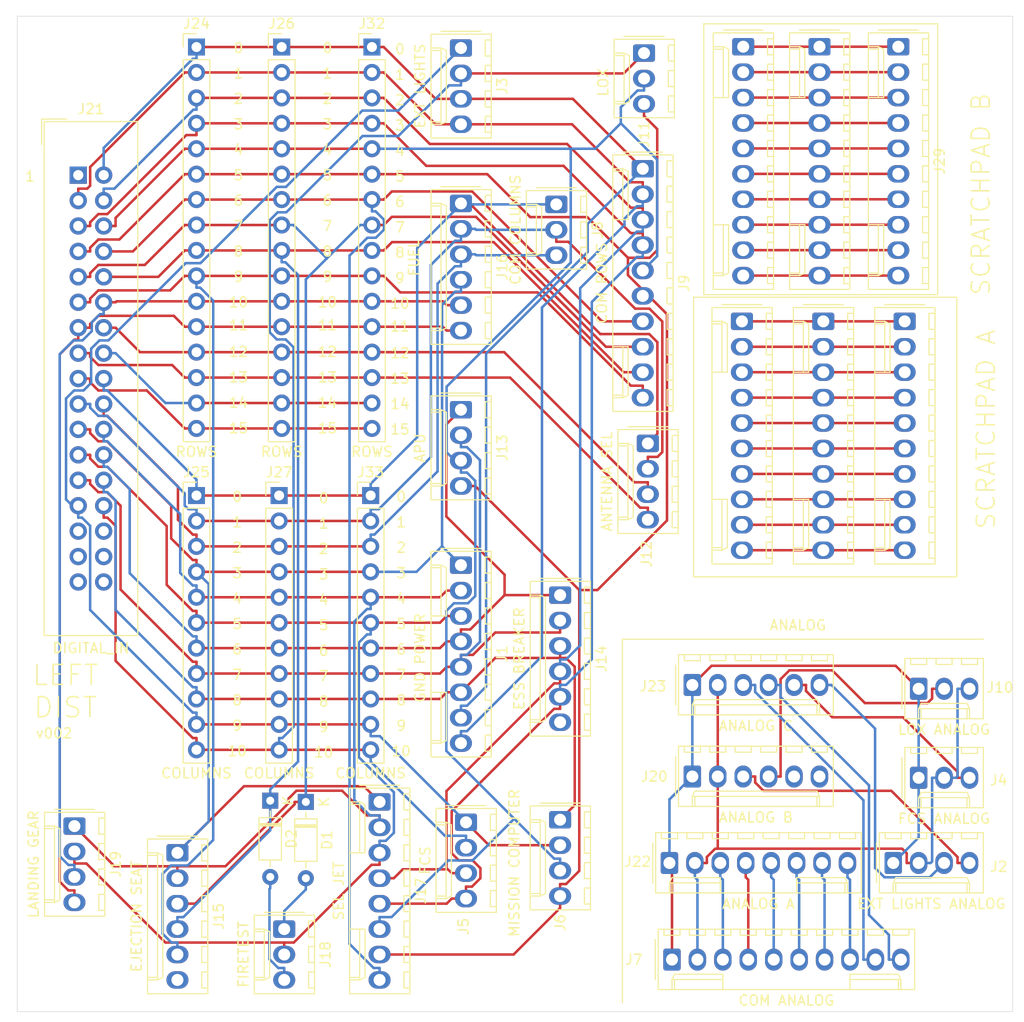
<source format=kicad_pcb>
(kicad_pcb (version 20171130) (host pcbnew "(5.1.5-0-10_14)")
  (layers (0 F.Cu signal) (31 B.Cu signal) (34 B.Paste user) (35 F.Paste user) (36 B.SilkS user) (37 F.SilkS user) (38 B.Mask user) (39 F.Mask user) (44 Edge.Cuts user))
  (net 0 "")
  (net 1 /FORMATION_DIMMER)
  (net 2 /POSITION_DIMMER)
  (net 3 /ANALOG_GND)
  (net 4 /ANALOG_5V)
  (net 5 /COL10)
  (net 6 /COL9)
  (net 7 /ROW1)
  (net 8 /ROW0)
  (net 9 /COL8)
  (net 10 /COL7)
  (net 11 /COL6)
  (net 12 /COL5)
  (net 13 /COL4)
  (net 14 /COL3)
  (net 15 /RUD_TRIM)
  (net 16 /ROW3)
  (net 17 /ROW2)
  (net 18 /ROW5)
  (net 19 /ROW4)
  (net 20 /COM_WPN)
  (net 21 /COM_AUX)
  (net 22 /COM_TACAN)
  (net 23 /COM_MIDS_B)
  (net 24 /COM_MIDS_A)
  (net 25 /COM_RWR)
  (net 26 /COM_ICS)
  (net 27 /COM_VOX)
  (net 28 /COL2)
  (net 29 /COL1)
  (net 30 /COL0)
  (net 31 /ROW9)
  (net 32 /ROW8)
  (net 33 /ROW7)
  (net 34 /ROW6)
  (net 35 /OXY_FLOW)
  (net 36 /ROW13)
  (net 37 /ROW12)
  (net 38 /ROW11)
  (net 39 /ROW10)
  (net 40 /ROW15)
  (net 41 /ROW14)
  (net 42 "Net-(D1-Pad2)")
  (net 43 "Net-(D2-Pad2)")
  (net 44 /A10)
  (net 45 /A9)
  (net 46 /A8)
  (net 47 /A7)
  (net 48 /A6)
  (net 49 /A5)
  (net 50 /A4)
  (net 51 /A3)
  (net 52 /A2)
  (net 53 /A1)
  (net 54 /B10)
  (net 55 /B9)
  (net 56 /B8)
  (net 57 /B7)
  (net 58 /B6)
  (net 59 /B5)
  (net 60 /B4)
  (net 61 /B3)
  (net 62 /B2)
  (net 63 /B1)
  (module PT_Library_v001:Molex_1x06_P2.54mm_Vertical (layer F.Cu) (at 197.358 103.759)
    (fp_text reference J23 (at -3.937 0.127) (layer F.SilkS))
    (fp_text value "ANALOG C" (at 6.35 4.08) (layer F.SilkS))
    (pad 6 thru_hole oval (at 12.7 0) (size 1.74 2.2) (drill 1.2) (layers *.Cu *.Mask) (net 2 /POSITION_DIMMER))
    (pad 5 thru_hole oval (at 10.16 0) (size 1.74 2.2) (drill 1.2) (layers *.Cu *.Mask) (net 15 /RUD_TRIM))
    (pad 4 thru_hole oval (at 7.62 0) (size 1.74 2.2) (drill 1.2) (layers *.Cu *.Mask) (net 20 /COM_WPN))
    (pad 3 thru_hole oval (at 5.08 0) (size 1.74 2.2) (drill 1.2) (layers *.Cu *.Mask) (net 21 /COM_AUX))
    (pad 2 thru_hole oval (at 2.54 0) (size 1.74 2.2) (drill 1.2) (layers *.Cu *.Mask) (net 3 /ANALOG_GND))
    (pad 1 thru_hole roundrect (at 0 0) (size 1.74 2.2) (drill 1.2) (layers *.Cu *.Mask) (roundrect_rratio 0.143678) (net 4 /ANALOG_5V))
  )
  (module PT_Library_v001:Molex_1x06_P2.54mm_Vertical (layer F.Cu) (at 197.358 112.903)
    (fp_text reference J20 (at -3.81 0) (layer F.SilkS))
    (fp_text value "ANALOG B" (at 6.35 4.08) (layer F.SilkS))
    (pad 6 thru_hole oval (at 12.7 0) (size 1.74 2.2) (drill 1.2) (layers *.Cu *.Mask))
    (pad 5 thru_hole oval (at 10.16 0) (size 1.74 2.2) (drill 1.2) (layers *.Cu *.Mask))
    (pad 4 thru_hole oval (at 7.62 0) (size 1.74 2.2) (drill 1.2) (layers *.Cu *.Mask) (net 35 /OXY_FLOW))
    (pad 3 thru_hole oval (at 5.08 0) (size 1.74 2.2) (drill 1.2) (layers *.Cu *.Mask) (net 1 /FORMATION_DIMMER))
    (pad 2 thru_hole oval (at 2.54 0) (size 1.74 2.2) (drill 1.2) (layers *.Cu *.Mask) (net 3 /ANALOG_GND))
    (pad 1 thru_hole roundrect (at 0 0) (size 1.74 2.2) (drill 1.2) (layers *.Cu *.Mask) (roundrect_rratio 0.143678) (net 4 /ANALOG_5V))
  )
  (module MountingHole:MountingHole_3.2mm_M3 (layer F.Cu) (at 225.35 40.386)
    (fp_text reference H8)
    (fp_text value MountingHole)
    (pad 1 np_thru_hole circle (at 0 0) (size 3.2 3.2) (drill 3.2) (layers *.Cu *.Mask))
  )
  (module MountingHole:MountingHole_3.2mm_M3 (layer F.Cu) (at 193.35 96.386)
    (fp_text reference H7)
    (fp_text value MountingHole)
    (pad 1 np_thru_hole circle (at 0 0) (size 3.2 3.2) (drill 3.2) (layers *.Cu *.Mask))
  )
  (module PT_Library_v001:Molex_1x10_P2.54mm_Vertical (layer F.Cu) (at 202.438 40.005 270)
    (fp_text reference J35)
    (fp_text value SpareB3)
    (pad 10 thru_hole oval (at 22.86 0 270) (size 1.74 2.2) (drill 1.2) (layers *.Cu *.Mask) (net 54 /B10))
    (pad 9 thru_hole oval (at 20.32 0 270) (size 1.74 2.2) (drill 1.2) (layers *.Cu *.Mask) (net 55 /B9))
    (pad 8 thru_hole oval (at 17.78 0 270) (size 1.74 2.2) (drill 1.2) (layers *.Cu *.Mask) (net 56 /B8))
    (pad 7 thru_hole oval (at 15.24 0 270) (size 1.74 2.2) (drill 1.2) (layers *.Cu *.Mask) (net 57 /B7))
    (pad 6 thru_hole oval (at 12.7 0 270) (size 1.74 2.2) (drill 1.2) (layers *.Cu *.Mask) (net 58 /B6))
    (pad 5 thru_hole oval (at 10.16 0 270) (size 1.74 2.2) (drill 1.2) (layers *.Cu *.Mask) (net 59 /B5))
    (pad 4 thru_hole oval (at 7.62 0 270) (size 1.74 2.2) (drill 1.2) (layers *.Cu *.Mask) (net 60 /B4))
    (pad 3 thru_hole oval (at 5.08 0 270) (size 1.74 2.2) (drill 1.2) (layers *.Cu *.Mask) (net 61 /B3))
    (pad 2 thru_hole oval (at 2.54 0 270) (size 1.74 2.2) (drill 1.2) (layers *.Cu *.Mask) (net 62 /B2))
    (pad 1 thru_hole roundrect (at 0 0 270) (size 1.74 2.2) (drill 1.2) (layers *.Cu *.Mask) (roundrect_rratio 0.143678) (net 63 /B1))
  )
  (module PT_Library_v001:Molex_1x10_P2.54mm_Vertical (layer F.Cu) (at 202.311 67.437 270)
    (fp_text reference J34)
    (fp_text value SpareA3)
    (pad 10 thru_hole oval (at 22.86 0 270) (size 1.74 2.2) (drill 1.2) (layers *.Cu *.Mask) (net 44 /A10))
    (pad 9 thru_hole oval (at 20.32 0 270) (size 1.74 2.2) (drill 1.2) (layers *.Cu *.Mask) (net 45 /A9))
    (pad 8 thru_hole oval (at 17.78 0 270) (size 1.74 2.2) (drill 1.2) (layers *.Cu *.Mask) (net 46 /A8))
    (pad 7 thru_hole oval (at 15.24 0 270) (size 1.74 2.2) (drill 1.2) (layers *.Cu *.Mask) (net 47 /A7))
    (pad 6 thru_hole oval (at 12.7 0 270) (size 1.74 2.2) (drill 1.2) (layers *.Cu *.Mask) (net 48 /A6))
    (pad 5 thru_hole oval (at 10.16 0 270) (size 1.74 2.2) (drill 1.2) (layers *.Cu *.Mask) (net 49 /A5))
    (pad 4 thru_hole oval (at 7.62 0 270) (size 1.74 2.2) (drill 1.2) (layers *.Cu *.Mask) (net 50 /A4))
    (pad 3 thru_hole oval (at 5.08 0 270) (size 1.74 2.2) (drill 1.2) (layers *.Cu *.Mask) (net 51 /A3))
    (pad 2 thru_hole oval (at 2.54 0 270) (size 1.74 2.2) (drill 1.2) (layers *.Cu *.Mask) (net 52 /A2))
    (pad 1 thru_hole roundrect (at 0 0 270) (size 1.74 2.2) (drill 1.2) (layers *.Cu *.Mask) (roundrect_rratio 0.143678) (net 53 /A1))
  )
  (module PT_Library_v001:Molex_1x10_P2.54mm_Vertical (layer F.Cu) (at 210.058 40.005 270)
    (fp_text reference J31)
    (fp_text value SpareB2)
    (pad 10 thru_hole oval (at 22.86 0 270) (size 1.74 2.2) (drill 1.2) (layers *.Cu *.Mask) (net 54 /B10))
    (pad 9 thru_hole oval (at 20.32 0 270) (size 1.74 2.2) (drill 1.2) (layers *.Cu *.Mask) (net 55 /B9))
    (pad 8 thru_hole oval (at 17.78 0 270) (size 1.74 2.2) (drill 1.2) (layers *.Cu *.Mask) (net 56 /B8))
    (pad 7 thru_hole oval (at 15.24 0 270) (size 1.74 2.2) (drill 1.2) (layers *.Cu *.Mask) (net 57 /B7))
    (pad 6 thru_hole oval (at 12.7 0 270) (size 1.74 2.2) (drill 1.2) (layers *.Cu *.Mask) (net 58 /B6))
    (pad 5 thru_hole oval (at 10.16 0 270) (size 1.74 2.2) (drill 1.2) (layers *.Cu *.Mask) (net 59 /B5))
    (pad 4 thru_hole oval (at 7.62 0 270) (size 1.74 2.2) (drill 1.2) (layers *.Cu *.Mask) (net 60 /B4))
    (pad 3 thru_hole oval (at 5.08 0 270) (size 1.74 2.2) (drill 1.2) (layers *.Cu *.Mask) (net 61 /B3))
    (pad 2 thru_hole oval (at 2.54 0 270) (size 1.74 2.2) (drill 1.2) (layers *.Cu *.Mask) (net 62 /B2))
    (pad 1 thru_hole roundrect (at 0 0 270) (size 1.74 2.2) (drill 1.2) (layers *.Cu *.Mask) (roundrect_rratio 0.143678) (net 63 /B1))
  )
  (module PT_Library_v001:Molex_1x10_P2.54mm_Vertical (layer F.Cu) (at 218.567 67.437 270)
    (fp_text reference J30)
    (fp_text value SpareA2)
    (pad 10 thru_hole oval (at 22.86 0 270) (size 1.74 2.2) (drill 1.2) (layers *.Cu *.Mask) (net 44 /A10))
    (pad 9 thru_hole oval (at 20.32 0 270) (size 1.74 2.2) (drill 1.2) (layers *.Cu *.Mask) (net 45 /A9))
    (pad 8 thru_hole oval (at 17.78 0 270) (size 1.74 2.2) (drill 1.2) (layers *.Cu *.Mask) (net 46 /A8))
    (pad 7 thru_hole oval (at 15.24 0 270) (size 1.74 2.2) (drill 1.2) (layers *.Cu *.Mask) (net 47 /A7))
    (pad 6 thru_hole oval (at 12.7 0 270) (size 1.74 2.2) (drill 1.2) (layers *.Cu *.Mask) (net 48 /A6))
    (pad 5 thru_hole oval (at 10.16 0 270) (size 1.74 2.2) (drill 1.2) (layers *.Cu *.Mask) (net 49 /A5))
    (pad 4 thru_hole oval (at 7.62 0 270) (size 1.74 2.2) (drill 1.2) (layers *.Cu *.Mask) (net 50 /A4))
    (pad 3 thru_hole oval (at 5.08 0 270) (size 1.74 2.2) (drill 1.2) (layers *.Cu *.Mask) (net 51 /A3))
    (pad 2 thru_hole oval (at 2.54 0 270) (size 1.74 2.2) (drill 1.2) (layers *.Cu *.Mask) (net 52 /A2))
    (pad 1 thru_hole roundrect (at 0 0 270) (size 1.74 2.2) (drill 1.2) (layers *.Cu *.Mask) (roundrect_rratio 0.143678) (net 53 /A1))
  )
  (module PT_Library_v001:Molex_1x10_P2.54mm_Vertical (layer F.Cu) (at 217.932 40.005 270)
    (fp_text reference J29 (at 11.43 -4.12 90) (layer F.SilkS))
    (fp_text value SpareB1)
    (pad 10 thru_hole oval (at 22.86 0 270) (size 1.74 2.2) (drill 1.2) (layers *.Cu *.Mask) (net 54 /B10))
    (pad 9 thru_hole oval (at 20.32 0 270) (size 1.74 2.2) (drill 1.2) (layers *.Cu *.Mask) (net 55 /B9))
    (pad 8 thru_hole oval (at 17.78 0 270) (size 1.74 2.2) (drill 1.2) (layers *.Cu *.Mask) (net 56 /B8))
    (pad 7 thru_hole oval (at 15.24 0 270) (size 1.74 2.2) (drill 1.2) (layers *.Cu *.Mask) (net 57 /B7))
    (pad 6 thru_hole oval (at 12.7 0 270) (size 1.74 2.2) (drill 1.2) (layers *.Cu *.Mask) (net 58 /B6))
    (pad 5 thru_hole oval (at 10.16 0 270) (size 1.74 2.2) (drill 1.2) (layers *.Cu *.Mask) (net 59 /B5))
    (pad 4 thru_hole oval (at 7.62 0 270) (size 1.74 2.2) (drill 1.2) (layers *.Cu *.Mask) (net 60 /B4))
    (pad 3 thru_hole oval (at 5.08 0 270) (size 1.74 2.2) (drill 1.2) (layers *.Cu *.Mask) (net 61 /B3))
    (pad 2 thru_hole oval (at 2.54 0 270) (size 1.74 2.2) (drill 1.2) (layers *.Cu *.Mask) (net 62 /B2))
    (pad 1 thru_hole roundrect (at 0 0 270) (size 1.74 2.2) (drill 1.2) (layers *.Cu *.Mask) (roundrect_rratio 0.143678) (net 63 /B1))
  )
  (module PT_Library_v001:Molex_1x10_P2.54mm_Vertical (layer F.Cu) (at 210.439 67.437 270)
    (fp_text reference J28)
    (fp_text value SpareA1)
    (pad 10 thru_hole oval (at 22.86 0 270) (size 1.74 2.2) (drill 1.2) (layers *.Cu *.Mask) (net 44 /A10))
    (pad 9 thru_hole oval (at 20.32 0 270) (size 1.74 2.2) (drill 1.2) (layers *.Cu *.Mask) (net 45 /A9))
    (pad 8 thru_hole oval (at 17.78 0 270) (size 1.74 2.2) (drill 1.2) (layers *.Cu *.Mask) (net 46 /A8))
    (pad 7 thru_hole oval (at 15.24 0 270) (size 1.74 2.2) (drill 1.2) (layers *.Cu *.Mask) (net 47 /A7))
    (pad 6 thru_hole oval (at 12.7 0 270) (size 1.74 2.2) (drill 1.2) (layers *.Cu *.Mask) (net 48 /A6))
    (pad 5 thru_hole oval (at 10.16 0 270) (size 1.74 2.2) (drill 1.2) (layers *.Cu *.Mask) (net 49 /A5))
    (pad 4 thru_hole oval (at 7.62 0 270) (size 1.74 2.2) (drill 1.2) (layers *.Cu *.Mask) (net 50 /A4))
    (pad 3 thru_hole oval (at 5.08 0 270) (size 1.74 2.2) (drill 1.2) (layers *.Cu *.Mask) (net 51 /A3))
    (pad 2 thru_hole oval (at 2.54 0 270) (size 1.74 2.2) (drill 1.2) (layers *.Cu *.Mask) (net 52 /A2))
    (pad 1 thru_hole roundrect (at 0 0 270) (size 1.74 2.2) (drill 1.2) (layers *.Cu *.Mask) (roundrect_rratio 0.143678) (net 53 /A1))
  )
  (module PT_Library_v001:Molex_1x04_P2.54mm_Vertical (layer F.Cu) (at 174.244 40.132 270)
    (fp_text reference J3 (at 3.81 -4.12 90) (layer F.SilkS))
    (fp_text value "EXT LIGHTS" (at 3.81 4.08 90) (layer F.SilkS))
    (pad 4 thru_hole oval (at 7.62 0 270) (size 1.74 2.2) (drill 1.2) (layers *.Cu *.Mask) (net 7 /ROW1))
    (pad 3 thru_hole oval (at 5.08 0 270) (size 1.74 2.2) (drill 1.2) (layers *.Cu *.Mask) (net 8 /ROW0))
    (pad 2 thru_hole oval (at 2.54 0 270) (size 1.74 2.2) (drill 1.2) (layers *.Cu *.Mask) (net 5 /COL10))
    (pad 1 thru_hole roundrect (at 0 0 270) (size 1.74 2.2) (drill 1.2) (layers *.Cu *.Mask) (roundrect_rratio 0.143678) (net 6 /COL9))
  )
  (module PT_Library_v001:Molex_1x03_P2.54mm_Vertical (layer F.Cu) (at 156.591 128.143 270)
    (fp_text reference J18 (at 2.54 -4.12 90) (layer F.SilkS))
    (fp_text value FIRETEST (at 2.54 4.08 90) (layer F.SilkS))
    (pad 3 thru_hole oval (at 5.08 0 270) (size 1.74 2.2) (drill 1.2) (layers *.Cu *.Mask) (net 43 "Net-(D2-Pad2)"))
    (pad 2 thru_hole oval (at 2.54 0 270) (size 1.74 2.2) (drill 1.2) (layers *.Cu *.Mask) (net 12 /COL5))
    (pad 1 thru_hole roundrect (at 0 0 270) (size 1.74 2.2) (drill 1.2) (layers *.Cu *.Mask) (roundrect_rratio 0.143678) (net 42 "Net-(D1-Pad2)"))
  )
  (module PT_Library_v001:Molex_1x03_P2.54mm_Vertical (layer F.Cu) (at 219.964 113.03)
    (fp_text reference J4 (at 8.001 0.254) (layer F.SilkS))
    (fp_text value "FCS ANALOG" (at 2.54 4.08) (layer F.SilkS))
    (pad 3 thru_hole oval (at 5.08 0) (size 1.74 2.2) (drill 1.2) (layers *.Cu *.Mask) (net 15 /RUD_TRIM))
    (pad 2 thru_hole oval (at 2.54 0) (size 1.74 2.2) (drill 1.2) (layers *.Cu *.Mask) (net 3 /ANALOG_GND))
    (pad 1 thru_hole roundrect (at 0 0) (size 1.74 2.2) (drill 1.2) (layers *.Cu *.Mask) (roundrect_rratio 0.143678) (net 4 /ANALOG_5V))
  )
  (module PT_Library_v001:Molex_1x04_P2.54mm_Vertical (layer F.Cu) (at 174.752 117.475 270)
    (fp_text reference J5 (at 10.414 0.254 90) (layer F.SilkS))
    (fp_text value FCS (at 3.81 4.08 90) (layer F.SilkS))
    (pad 4 thru_hole oval (at 7.62 0 270) (size 1.74 2.2) (drill 1.2) (layers *.Cu *.Mask) (net 16 /ROW3))
    (pad 3 thru_hole oval (at 5.08 0 270) (size 1.74 2.2) (drill 1.2) (layers *.Cu *.Mask) (net 17 /ROW2))
    (pad 2 thru_hole oval (at 2.54 0 270) (size 1.74 2.2) (drill 1.2) (layers *.Cu *.Mask) (net 5 /COL10))
    (pad 1 thru_hole roundrect (at 0 0 270) (size 1.74 2.2) (drill 1.2) (layers *.Cu *.Mask) (roundrect_rratio 0.143678) (net 6 /COL9))
  )
  (module PT_Library_v001:Molex_1x04_P2.54mm_Vertical (layer F.Cu) (at 184.15 117.221 270)
    (fp_text reference J6 (at 10.287 0 90) (layer F.SilkS))
    (fp_text value "MISSION COMPUTER" (at 4.318 4.572 90) (layer F.SilkS))
    (pad 4 thru_hole oval (at 7.62 0 270) (size 1.74 2.2) (drill 1.2) (layers *.Cu *.Mask) (net 18 /ROW5))
    (pad 3 thru_hole oval (at 5.08 0 270) (size 1.74 2.2) (drill 1.2) (layers *.Cu *.Mask) (net 19 /ROW4))
    (pad 2 thru_hole oval (at 2.54 0 270) (size 1.74 2.2) (drill 1.2) (layers *.Cu *.Mask) (net 6 /COL9))
    (pad 1 thru_hole roundrect (at 0 0 270) (size 1.74 2.2) (drill 1.2) (layers *.Cu *.Mask) (roundrect_rratio 0.143678) (net 9 /COL8))
  )
  (module PT_Library_v001:Molex_1x10_P2.54mm_Vertical (layer F.Cu) (at 195.326 131.191)
    (fp_text reference J7 (at -3.81 0) (layer F.SilkS))
    (fp_text value "COM ANALOG" (at 11.43 4.08) (layer F.SilkS))
    (pad 10 thru_hole oval (at 22.86 0) (size 1.74 2.2) (drill 1.2) (layers *.Cu *.Mask) (net 20 /COM_WPN))
    (pad 9 thru_hole oval (at 20.32 0) (size 1.74 2.2) (drill 1.2) (layers *.Cu *.Mask) (net 21 /COM_AUX))
    (pad 8 thru_hole oval (at 17.78 0) (size 1.74 2.2) (drill 1.2) (layers *.Cu *.Mask) (net 22 /COM_TACAN))
    (pad 7 thru_hole oval (at 15.24 0) (size 1.74 2.2) (drill 1.2) (layers *.Cu *.Mask) (net 23 /COM_MIDS_B))
    (pad 6 thru_hole oval (at 12.7 0) (size 1.74 2.2) (drill 1.2) (layers *.Cu *.Mask) (net 24 /COM_MIDS_A))
    (pad 5 thru_hole oval (at 10.16 0) (size 1.74 2.2) (drill 1.2) (layers *.Cu *.Mask) (net 25 /COM_RWR))
    (pad 4 thru_hole oval (at 7.62 0) (size 1.74 2.2) (drill 1.2) (layers *.Cu *.Mask) (net 26 /COM_ICS))
    (pad 3 thru_hole oval (at 5.08 0) (size 1.74 2.2) (drill 1.2) (layers *.Cu *.Mask) (net 27 /COM_VOX))
    (pad 2 thru_hole oval (at 2.54 0) (size 1.74 2.2) (drill 1.2) (layers *.Cu *.Mask) (net 3 /ANALOG_GND))
    (pad 1 thru_hole roundrect (at 0 0) (size 1.74 2.2) (drill 1.2) (layers *.Cu *.Mask) (roundrect_rratio 0.143678) (net 4 /ANALOG_5V))
  )
  (module PT_Library_v001:Molex_1x03_P2.54mm_Vertical (layer F.Cu) (at 183.769 55.753 270)
    (fp_text reference J8 (at 2.54 -4.12 90) (layer F.SilkS))
    (fp_text value "COM COLUMNS" (at 2.54 4.08 90) (layer F.SilkS))
    (pad 3 thru_hole oval (at 5.08 0 270) (size 1.74 2.2) (drill 1.2) (layers *.Cu *.Mask) (net 28 /COL2))
    (pad 2 thru_hole oval (at 2.54 0 270) (size 1.74 2.2) (drill 1.2) (layers *.Cu *.Mask) (net 29 /COL1))
    (pad 1 thru_hole roundrect (at 0 0 270) (size 1.74 2.2) (drill 1.2) (layers *.Cu *.Mask) (roundrect_rratio 0.143678) (net 30 /COL0))
  )
  (module PT_Library_v001:Molex_1x10_P2.54mm_Vertical (layer F.Cu) (at 192.405 52.197 270)
    (fp_text reference J9 (at 11.43 -4.12 90) (layer F.SilkS))
    (fp_text value "COM ROWS" (at 11.43 4.08 90) (layer F.SilkS))
    (pad 10 thru_hole oval (at 22.86 0 270) (size 1.74 2.2) (drill 1.2) (layers *.Cu *.Mask) (net 31 /ROW9))
    (pad 9 thru_hole oval (at 20.32 0 270) (size 1.74 2.2) (drill 1.2) (layers *.Cu *.Mask) (net 32 /ROW8))
    (pad 8 thru_hole oval (at 17.78 0 270) (size 1.74 2.2) (drill 1.2) (layers *.Cu *.Mask) (net 33 /ROW7))
    (pad 7 thru_hole oval (at 15.24 0 270) (size 1.74 2.2) (drill 1.2) (layers *.Cu *.Mask) (net 34 /ROW6))
    (pad 6 thru_hole oval (at 12.7 0 270) (size 1.74 2.2) (drill 1.2) (layers *.Cu *.Mask) (net 18 /ROW5))
    (pad 5 thru_hole oval (at 10.16 0 270) (size 1.74 2.2) (drill 1.2) (layers *.Cu *.Mask) (net 19 /ROW4))
    (pad 4 thru_hole oval (at 7.62 0 270) (size 1.74 2.2) (drill 1.2) (layers *.Cu *.Mask) (net 16 /ROW3))
    (pad 3 thru_hole oval (at 5.08 0 270) (size 1.74 2.2) (drill 1.2) (layers *.Cu *.Mask) (net 17 /ROW2))
    (pad 2 thru_hole oval (at 2.54 0 270) (size 1.74 2.2) (drill 1.2) (layers *.Cu *.Mask) (net 7 /ROW1))
    (pad 1 thru_hole roundrect (at 0 0 270) (size 1.74 2.2) (drill 1.2) (layers *.Cu *.Mask) (roundrect_rratio 0.143678) (net 8 /ROW0))
  )
  (module PT_Library_v001:Molex_1x03_P2.54mm_Vertical (layer F.Cu) (at 219.964 104.14)
    (fp_text reference J10 (at 8.128 -0.127) (layer F.SilkS))
    (fp_text value "LOX ANALOG" (at 2.54 4.08) (layer F.SilkS))
    (pad 3 thru_hole oval (at 5.08 0) (size 1.74 2.2) (drill 1.2) (layers *.Cu *.Mask) (net 3 /ANALOG_GND))
    (pad 2 thru_hole oval (at 2.54 0) (size 1.74 2.2) (drill 1.2) (layers *.Cu *.Mask) (net 35 /OXY_FLOW))
    (pad 1 thru_hole roundrect (at 0 0) (size 1.74 2.2) (drill 1.2) (layers *.Cu *.Mask) (roundrect_rratio 0.143678) (net 4 /ANALOG_5V))
  )
  (module PT_Library_v001:Molex_1x03_P2.54mm_Vertical (layer F.Cu) (at 192.532 40.64 270)
    (fp_text reference J11 (at 8.128 0 90) (layer F.SilkS))
    (fp_text value "LOX " (at 2.54 4.08 90) (layer F.SilkS))
    (pad 3 thru_hole oval (at 5.08 0 270) (size 1.74 2.2) (drill 1.2) (layers *.Cu *.Mask) (net 18 /ROW5))
    (pad 2 thru_hole oval (at 2.54 0 270) (size 1.74 2.2) (drill 1.2) (layers *.Cu *.Mask) (net 19 /ROW4))
    (pad 1 thru_hole roundrect (at 0 0 270) (size 1.74 2.2) (drill 1.2) (layers *.Cu *.Mask) (roundrect_rratio 0.143678) (net 5 /COL10))
  )
  (module PT_Library_v001:Molex_1x04_P2.54mm_Vertical (layer F.Cu) (at 192.913 79.629 270)
    (fp_text reference J12 (at 11.049 0.127 90) (layer F.SilkS))
    (fp_text value "ANTENNA SEL" (at 3.81 4.08 90) (layer F.SilkS))
    (pad 4 thru_hole oval (at 7.62 0 270) (size 1.74 2.2) (drill 1.2) (layers *.Cu *.Mask) (net 36 /ROW13))
    (pad 3 thru_hole oval (at 5.08 0 270) (size 1.74 2.2) (drill 1.2) (layers *.Cu *.Mask) (net 37 /ROW12))
    (pad 2 thru_hole oval (at 2.54 0 270) (size 1.74 2.2) (drill 1.2) (layers *.Cu *.Mask) (net 29 /COL1))
    (pad 1 thru_hole roundrect (at 0 0 270) (size 1.74 2.2) (drill 1.2) (layers *.Cu *.Mask) (roundrect_rratio 0.143678) (net 30 /COL0))
  )
  (module PT_Library_v001:Molex_1x06_P2.54mm_Vertical (layer F.Cu) (at 184.15 94.7843 270)
    (fp_text reference J14 (at 6.35 -4.12 90) (layer F.SilkS))
    (fp_text value "ESS BREAKER" (at 6.35 4.08 90) (layer F.SilkS))
    (pad 6 thru_hole oval (at 12.7 0 270) (size 1.74 2.2) (drill 1.2) (layers *.Cu *.Mask))
    (pad 5 thru_hole oval (at 10.16 0 270) (size 1.74 2.2) (drill 1.2) (layers *.Cu *.Mask) (net 16 /ROW3))
    (pad 4 thru_hole oval (at 7.62 0 270) (size 1.74 2.2) (drill 1.2) (layers *.Cu *.Mask) (net 17 /ROW2))
    (pad 3 thru_hole oval (at 5.08 0 270) (size 1.74 2.2) (drill 1.2) (layers *.Cu *.Mask) (net 9 /COL8))
    (pad 2 thru_hole oval (at 2.54 0 270) (size 1.74 2.2) (drill 1.2) (layers *.Cu *.Mask) (net 10 /COL7))
    (pad 1 thru_hole roundrect (at 0 0 270) (size 1.74 2.2) (drill 1.2) (layers *.Cu *.Mask) (roundrect_rratio 0.143678) (net 11 /COL6))
  )
  (module PT_Library_v001:Molex_1x06_P2.54mm_Vertical (layer F.Cu) (at 145.923 120.523 270)
    (fp_text reference J15 (at 6.35 -4.12 90) (layer F.SilkS))
    (fp_text value "EJECTION SEAT" (at 6.35 4.08 90) (layer F.SilkS))
    (pad 6 thru_hole oval (at 12.7 0 270) (size 1.74 2.2) (drill 1.2) (layers *.Cu *.Mask))
    (pad 5 thru_hole oval (at 10.16 0 270) (size 1.74 2.2) (drill 1.2) (layers *.Cu *.Mask) (net 31 /ROW9))
    (pad 4 thru_hole oval (at 7.62 0 270) (size 1.74 2.2) (drill 1.2) (layers *.Cu *.Mask) (net 32 /ROW8))
    (pad 3 thru_hole oval (at 5.08 0 270) (size 1.74 2.2) (drill 1.2) (layers *.Cu *.Mask) (net 33 /ROW7))
    (pad 2 thru_hole oval (at 2.54 0 270) (size 1.74 2.2) (drill 1.2) (layers *.Cu *.Mask) (net 13 /COL4))
    (pad 1 thru_hole roundrect (at 0 0 270) (size 1.74 2.2) (drill 1.2) (layers *.Cu *.Mask) (roundrect_rratio 0.143678) (net 14 /COL3))
  )
  (module PT_Library_v001:Molex_1x06_P2.54mm_Vertical (layer F.Cu) (at 174.244 55.6578 270)
    (fp_text reference J16 (at 6.35 -4.12 90) (layer F.SilkS))
    (fp_text value FUEL (at 5.461 4.699 90) (layer F.SilkS))
    (pad 6 thru_hole oval (at 12.7 0 270) (size 1.74 2.2) (drill 1.2) (layers *.Cu *.Mask) (net 38 /ROW11))
    (pad 5 thru_hole oval (at 10.16 0 270) (size 1.74 2.2) (drill 1.2) (layers *.Cu *.Mask) (net 39 /ROW10))
    (pad 4 thru_hole oval (at 7.62 0 270) (size 1.74 2.2) (drill 1.2) (layers *.Cu *.Mask) (net 14 /COL3))
    (pad 3 thru_hole oval (at 5.08 0 270) (size 1.74 2.2) (drill 1.2) (layers *.Cu *.Mask) (net 28 /COL2))
    (pad 2 thru_hole oval (at 2.54 0 270) (size 1.74 2.2) (drill 1.2) (layers *.Cu *.Mask) (net 29 /COL1))
    (pad 1 thru_hole roundrect (at 0 0 270) (size 1.74 2.2) (drill 1.2) (layers *.Cu *.Mask) (roundrect_rratio 0.143678) (net 30 /COL0))
  )
  (module PT_Library_v001:Molex_1x08_P2.54mm_Vertical (layer F.Cu) (at 166.116 115.443 270)
    (fp_text reference J17 (at 8.89 -4.12 90) (layer F.SilkS))
    (fp_text value "SEL JET" (at 8.89 4.08 90) (layer F.SilkS))
    (pad 8 thru_hole oval (at 17.78 0 270) (size 1.74 2.2) (drill 1.2) (layers *.Cu *.Mask) (net 34 /ROW6))
    (pad 7 thru_hole oval (at 15.24 0 270) (size 1.74 2.2) (drill 1.2) (layers *.Cu *.Mask) (net 18 /ROW5))
    (pad 6 thru_hole oval (at 12.7 0 270) (size 1.74 2.2) (drill 1.2) (layers *.Cu *.Mask) (net 19 /ROW4))
    (pad 5 thru_hole oval (at 10.16 0 270) (size 1.74 2.2) (drill 1.2) (layers *.Cu *.Mask) (net 16 /ROW3))
    (pad 4 thru_hole oval (at 7.62 0 270) (size 1.74 2.2) (drill 1.2) (layers *.Cu *.Mask) (net 17 /ROW2))
    (pad 3 thru_hole oval (at 5.08 0 270) (size 1.74 2.2) (drill 1.2) (layers *.Cu *.Mask) (net 12 /COL5))
    (pad 2 thru_hole oval (at 2.54 0 270) (size 1.74 2.2) (drill 1.2) (layers *.Cu *.Mask) (net 13 /COL4))
    (pad 1 thru_hole roundrect (at 0 0 270) (size 1.74 2.2) (drill 1.2) (layers *.Cu *.Mask) (roundrect_rratio 0.143678) (net 14 /COL3))
  )
  (module PT_Library_v001:Molex_1x04_P2.54mm_Vertical (layer F.Cu) (at 135.636 117.856 270)
    (fp_text reference J19 (at 3.81 -4.12 90) (layer F.SilkS))
    (fp_text value "LANDING GEAR" (at 3.81 4.08 90) (layer F.SilkS))
    (pad 4 thru_hole oval (at 7.62 0 270) (size 1.74 2.2) (drill 1.2) (layers *.Cu *.Mask) (net 38 /ROW11))
    (pad 3 thru_hole oval (at 5.08 0 270) (size 1.74 2.2) (drill 1.2) (layers *.Cu *.Mask) (net 39 /ROW10))
    (pad 2 thru_hole oval (at 2.54 0 270) (size 1.74 2.2) (drill 1.2) (layers *.Cu *.Mask) (net 12 /COL5))
    (pad 1 thru_hole roundrect (at 0 0 270) (size 1.74 2.2) (drill 1.2) (layers *.Cu *.Mask) (roundrect_rratio 0.143678) (net 13 /COL4))
  )
  (module Connector_IDC:IDC-Header_2x17_P2.54mm_Vertical (layer F.Cu) (at 136.017 52.832)
    (fp_text reference J21 (at 1.27 -6.604) (layer F.SilkS))
    (fp_text value DIGITAL_IN (at 1.27 47.244) (layer F.SilkS))
    (pad 34 thru_hole oval (at 2.54 40.64) (size 1.7272 1.7272) (drill 1.016) (layers *.Cu *.Mask))
    (pad 33 thru_hole oval (at 0 40.64) (size 1.7272 1.7272) (drill 1.016) (layers *.Cu *.Mask))
    (pad 32 thru_hole oval (at 2.54 38.1) (size 1.7272 1.7272) (drill 1.016) (layers *.Cu *.Mask))
    (pad 31 thru_hole oval (at 0 38.1) (size 1.7272 1.7272) (drill 1.016) (layers *.Cu *.Mask))
    (pad 30 thru_hole oval (at 2.54 35.56) (size 1.7272 1.7272) (drill 1.016) (layers *.Cu *.Mask))
    (pad 29 thru_hole oval (at 0 35.56) (size 1.7272 1.7272) (drill 1.016) (layers *.Cu *.Mask))
    (pad 28 thru_hole oval (at 2.54 33.02) (size 1.7272 1.7272) (drill 1.016) (layers *.Cu *.Mask) (net 5 /COL10))
    (pad 27 thru_hole oval (at 0 33.02) (size 1.7272 1.7272) (drill 1.016) (layers *.Cu *.Mask) (net 6 /COL9))
    (pad 26 thru_hole oval (at 2.54 30.48) (size 1.7272 1.7272) (drill 1.016) (layers *.Cu *.Mask) (net 9 /COL8))
    (pad 25 thru_hole oval (at 0 30.48) (size 1.7272 1.7272) (drill 1.016) (layers *.Cu *.Mask) (net 10 /COL7))
    (pad 24 thru_hole oval (at 2.54 27.94) (size 1.7272 1.7272) (drill 1.016) (layers *.Cu *.Mask) (net 11 /COL6))
    (pad 23 thru_hole oval (at 0 27.94) (size 1.7272 1.7272) (drill 1.016) (layers *.Cu *.Mask) (net 12 /COL5))
    (pad 22 thru_hole oval (at 2.54 25.4) (size 1.7272 1.7272) (drill 1.016) (layers *.Cu *.Mask) (net 13 /COL4))
    (pad 21 thru_hole oval (at 0 25.4) (size 1.7272 1.7272) (drill 1.016) (layers *.Cu *.Mask) (net 14 /COL3))
    (pad 20 thru_hole oval (at 2.54 22.86) (size 1.7272 1.7272) (drill 1.016) (layers *.Cu *.Mask) (net 28 /COL2))
    (pad 19 thru_hole oval (at 0 22.86) (size 1.7272 1.7272) (drill 1.016) (layers *.Cu *.Mask) (net 29 /COL1))
    (pad 18 thru_hole oval (at 2.54 20.32) (size 1.7272 1.7272) (drill 1.016) (layers *.Cu *.Mask) (net 30 /COL0))
    (pad 17 thru_hole oval (at 0 20.32) (size 1.7272 1.7272) (drill 1.016) (layers *.Cu *.Mask) (net 40 /ROW15))
    (pad 16 thru_hole oval (at 2.54 17.78) (size 1.7272 1.7272) (drill 1.016) (layers *.Cu *.Mask) (net 41 /ROW14))
    (pad 15 thru_hole oval (at 0 17.78) (size 1.7272 1.7272) (drill 1.016) (layers *.Cu *.Mask) (net 36 /ROW13))
    (pad 14 thru_hole oval (at 2.54 15.24) (size 1.7272 1.7272) (drill 1.016) (layers *.Cu *.Mask) (net 37 /ROW12))
    (pad 13 thru_hole oval (at 0 15.24) (size 1.7272 1.7272) (drill 1.016) (layers *.Cu *.Mask) (net 38 /ROW11))
    (pad 12 thru_hole oval (at 2.54 12.7) (size 1.7272 1.7272) (drill 1.016) (layers *.Cu *.Mask) (net 39 /ROW10))
    (pad 11 thru_hole oval (at 0 12.7) (size 1.7272 1.7272) (drill 1.016) (layers *.Cu *.Mask) (net 31 /ROW9))
    (pad 10 thru_hole oval (at 2.54 10.16) (size 1.7272 1.7272) (drill 1.016) (layers *.Cu *.Mask) (net 32 /ROW8))
    (pad 9 thru_hole oval (at 0 10.16) (size 1.7272 1.7272) (drill 1.016) (layers *.Cu *.Mask) (net 33 /ROW7))
    (pad 8 thru_hole oval (at 2.54 7.62) (size 1.7272 1.7272) (drill 1.016) (layers *.Cu *.Mask) (net 34 /ROW6))
    (pad 7 thru_hole oval (at 0 7.62) (size 1.7272 1.7272) (drill 1.016) (layers *.Cu *.Mask) (net 18 /ROW5))
    (pad 6 thru_hole oval (at 2.54 5.08) (size 1.7272 1.7272) (drill 1.016) (layers *.Cu *.Mask) (net 19 /ROW4))
    (pad 5 thru_hole oval (at 0 5.08) (size 1.7272 1.7272) (drill 1.016) (layers *.Cu *.Mask) (net 16 /ROW3))
    (pad 4 thru_hole oval (at 2.54 2.54) (size 1.7272 1.7272) (drill 1.016) (layers *.Cu *.Mask) (net 17 /ROW2))
    (pad 3 thru_hole oval (at 0 2.54) (size 1.7272 1.7272) (drill 1.016) (layers *.Cu *.Mask) (net 7 /ROW1))
    (pad 2 thru_hole oval (at 2.54 0) (size 1.7272 1.7272) (drill 1.016) (layers *.Cu *.Mask) (net 8 /ROW0))
    (pad 1 thru_hole rect (at 0 0) (size 1.7272 1.7272) (drill 1.016) (layers *.Cu *.Mask))
  )
  (module PT_Library_v001:Molex_1x08_P2.54mm_Vertical (layer F.Cu) (at 195.072 121.539)
    (fp_text reference J22 (at -3.175 -0.127) (layer F.SilkS))
    (fp_text value "ANALOG A" (at 8.89 4.08) (layer F.SilkS))
    (pad 8 thru_hole oval (at 17.78 0) (size 1.74 2.2) (drill 1.2) (layers *.Cu *.Mask) (net 22 /COM_TACAN))
    (pad 7 thru_hole oval (at 15.24 0) (size 1.74 2.2) (drill 1.2) (layers *.Cu *.Mask) (net 23 /COM_MIDS_B))
    (pad 6 thru_hole oval (at 12.7 0) (size 1.74 2.2) (drill 1.2) (layers *.Cu *.Mask) (net 24 /COM_MIDS_A))
    (pad 5 thru_hole oval (at 10.16 0) (size 1.74 2.2) (drill 1.2) (layers *.Cu *.Mask) (net 25 /COM_RWR))
    (pad 4 thru_hole oval (at 7.62 0) (size 1.74 2.2) (drill 1.2) (layers *.Cu *.Mask) (net 26 /COM_ICS))
    (pad 3 thru_hole oval (at 5.08 0) (size 1.74 2.2) (drill 1.2) (layers *.Cu *.Mask) (net 27 /COM_VOX))
    (pad 2 thru_hole oval (at 2.54 0) (size 1.74 2.2) (drill 1.2) (layers *.Cu *.Mask) (net 3 /ANALOG_GND))
    (pad 1 thru_hole roundrect (at 0 0) (size 1.74 2.2) (drill 1.2) (layers *.Cu *.Mask) (roundrect_rratio 0.143678) (net 4 /ANALOG_5V))
  )
  (module Connector_PinHeader_2.54mm:PinHeader_1x16_P2.54mm_Vertical (layer F.Cu) (at 147.828 40.035)
    (fp_text reference J24 (at 0 -2.33) (layer F.SilkS))
    (fp_text value ROWS (at 0 40.43) (layer F.SilkS))
    (pad 16 thru_hole oval (at 0 38.1) (size 1.7 1.7) (drill 1) (layers *.Cu *.Mask) (net 40 /ROW15))
    (pad 15 thru_hole oval (at 0 35.56) (size 1.7 1.7) (drill 1) (layers *.Cu *.Mask) (net 41 /ROW14))
    (pad 14 thru_hole oval (at 0 33.02) (size 1.7 1.7) (drill 1) (layers *.Cu *.Mask) (net 36 /ROW13))
    (pad 13 thru_hole oval (at 0 30.48) (size 1.7 1.7) (drill 1) (layers *.Cu *.Mask) (net 37 /ROW12))
    (pad 12 thru_hole oval (at 0 27.94) (size 1.7 1.7) (drill 1) (layers *.Cu *.Mask) (net 38 /ROW11))
    (pad 11 thru_hole oval (at 0 25.4) (size 1.7 1.7) (drill 1) (layers *.Cu *.Mask) (net 39 /ROW10))
    (pad 10 thru_hole oval (at 0 22.86) (size 1.7 1.7) (drill 1) (layers *.Cu *.Mask) (net 31 /ROW9))
    (pad 9 thru_hole oval (at 0 20.32) (size 1.7 1.7) (drill 1) (layers *.Cu *.Mask) (net 32 /ROW8))
    (pad 8 thru_hole oval (at 0 17.78) (size 1.7 1.7) (drill 1) (layers *.Cu *.Mask) (net 33 /ROW7))
    (pad 7 thru_hole oval (at 0 15.24) (size 1.7 1.7) (drill 1) (layers *.Cu *.Mask) (net 34 /ROW6))
    (pad 6 thru_hole oval (at 0 12.7) (size 1.7 1.7) (drill 1) (layers *.Cu *.Mask) (net 18 /ROW5))
    (pad 5 thru_hole oval (at 0 10.16) (size 1.7 1.7) (drill 1) (layers *.Cu *.Mask) (net 19 /ROW4))
    (pad 4 thru_hole oval (at 0 7.62) (size 1.7 1.7) (drill 1) (layers *.Cu *.Mask) (net 16 /ROW3))
    (pad 3 thru_hole oval (at 0 5.08) (size 1.7 1.7) (drill 1) (layers *.Cu *.Mask) (net 17 /ROW2))
    (pad 2 thru_hole oval (at 0 2.54) (size 1.7 1.7) (drill 1) (layers *.Cu *.Mask) (net 7 /ROW1))
    (pad 1 thru_hole rect (at 0 0) (size 1.7 1.7) (drill 1) (layers *.Cu *.Mask) (net 8 /ROW0))
  )
  (module Connector_PinHeader_2.54mm:PinHeader_1x11_P2.54mm_Vertical (layer F.Cu) (at 147.828 84.836)
    (fp_text reference J25 (at 0 -2.33) (layer F.SilkS))
    (fp_text value COLUMNS (at 0 27.73) (layer F.SilkS))
    (pad 11 thru_hole oval (at 0 25.4) (size 1.7 1.7) (drill 1) (layers *.Cu *.Mask) (net 5 /COL10))
    (pad 10 thru_hole oval (at 0 22.86) (size 1.7 1.7) (drill 1) (layers *.Cu *.Mask) (net 6 /COL9))
    (pad 9 thru_hole oval (at 0 20.32) (size 1.7 1.7) (drill 1) (layers *.Cu *.Mask) (net 9 /COL8))
    (pad 8 thru_hole oval (at 0 17.78) (size 1.7 1.7) (drill 1) (layers *.Cu *.Mask) (net 10 /COL7))
    (pad 7 thru_hole oval (at 0 15.24) (size 1.7 1.7) (drill 1) (layers *.Cu *.Mask) (net 11 /COL6))
    (pad 6 thru_hole oval (at 0 12.7) (size 1.7 1.7) (drill 1) (layers *.Cu *.Mask) (net 12 /COL5))
    (pad 5 thru_hole oval (at 0 10.16) (size 1.7 1.7) (drill 1) (layers *.Cu *.Mask) (net 13 /COL4))
    (pad 4 thru_hole oval (at 0 7.62) (size 1.7 1.7) (drill 1) (layers *.Cu *.Mask) (net 14 /COL3))
    (pad 3 thru_hole oval (at 0 5.08) (size 1.7 1.7) (drill 1) (layers *.Cu *.Mask) (net 28 /COL2))
    (pad 2 thru_hole oval (at 0 2.54) (size 1.7 1.7) (drill 1) (layers *.Cu *.Mask) (net 29 /COL1))
    (pad 1 thru_hole rect (at 0 0) (size 1.7 1.7) (drill 1) (layers *.Cu *.Mask) (net 30 /COL0))
  )
  (module Connector_PinHeader_2.54mm:PinHeader_1x11_P2.54mm_Vertical (layer F.Cu) (at 165.227 84.836)
    (fp_text reference J33 (at 0 -2.33) (layer F.SilkS))
    (fp_text value COLUMNS (at 0 27.73) (layer F.SilkS))
    (pad 11 thru_hole oval (at 0 25.4) (size 1.7 1.7) (drill 1) (layers *.Cu *.Mask) (net 5 /COL10))
    (pad 10 thru_hole oval (at 0 22.86) (size 1.7 1.7) (drill 1) (layers *.Cu *.Mask) (net 6 /COL9))
    (pad 9 thru_hole oval (at 0 20.32) (size 1.7 1.7) (drill 1) (layers *.Cu *.Mask) (net 9 /COL8))
    (pad 8 thru_hole oval (at 0 17.78) (size 1.7 1.7) (drill 1) (layers *.Cu *.Mask) (net 10 /COL7))
    (pad 7 thru_hole oval (at 0 15.24) (size 1.7 1.7) (drill 1) (layers *.Cu *.Mask) (net 11 /COL6))
    (pad 6 thru_hole oval (at 0 12.7) (size 1.7 1.7) (drill 1) (layers *.Cu *.Mask) (net 12 /COL5))
    (pad 5 thru_hole oval (at 0 10.16) (size 1.7 1.7) (drill 1) (layers *.Cu *.Mask) (net 13 /COL4))
    (pad 4 thru_hole oval (at 0 7.62) (size 1.7 1.7) (drill 1) (layers *.Cu *.Mask) (net 14 /COL3))
    (pad 3 thru_hole oval (at 0 5.08) (size 1.7 1.7) (drill 1) (layers *.Cu *.Mask) (net 28 /COL2))
    (pad 2 thru_hole oval (at 0 2.54) (size 1.7 1.7) (drill 1) (layers *.Cu *.Mask) (net 29 /COL1))
    (pad 1 thru_hole rect (at 0 0) (size 1.7 1.7) (drill 1) (layers *.Cu *.Mask) (net 30 /COL0))
  )
  (module Connector_PinHeader_2.54mm:PinHeader_1x16_P2.54mm_Vertical (layer F.Cu) (at 165.354 40.035)
    (fp_text reference J32 (at 0 -2.33) (layer F.SilkS))
    (fp_text value ROWS (at 0 40.43) (layer F.SilkS))
    (pad 16 thru_hole oval (at 0 38.1) (size 1.7 1.7) (drill 1) (layers *.Cu *.Mask) (net 40 /ROW15))
    (pad 15 thru_hole oval (at 0 35.56) (size 1.7 1.7) (drill 1) (layers *.Cu *.Mask) (net 41 /ROW14))
    (pad 14 thru_hole oval (at 0 33.02) (size 1.7 1.7) (drill 1) (layers *.Cu *.Mask) (net 36 /ROW13))
    (pad 13 thru_hole oval (at 0 30.48) (size 1.7 1.7) (drill 1) (layers *.Cu *.Mask) (net 37 /ROW12))
    (pad 12 thru_hole oval (at 0 27.94) (size 1.7 1.7) (drill 1) (layers *.Cu *.Mask) (net 38 /ROW11))
    (pad 11 thru_hole oval (at 0 25.4) (size 1.7 1.7) (drill 1) (layers *.Cu *.Mask) (net 39 /ROW10))
    (pad 10 thru_hole oval (at 0 22.86) (size 1.7 1.7) (drill 1) (layers *.Cu *.Mask) (net 31 /ROW9))
    (pad 9 thru_hole oval (at 0 20.32) (size 1.7 1.7) (drill 1) (layers *.Cu *.Mask) (net 32 /ROW8))
    (pad 8 thru_hole oval (at 0 17.78) (size 1.7 1.7) (drill 1) (layers *.Cu *.Mask) (net 33 /ROW7))
    (pad 7 thru_hole oval (at 0 15.24) (size 1.7 1.7) (drill 1) (layers *.Cu *.Mask) (net 34 /ROW6))
    (pad 6 thru_hole oval (at 0 12.7) (size 1.7 1.7) (drill 1) (layers *.Cu *.Mask) (net 18 /ROW5))
    (pad 5 thru_hole oval (at 0 10.16) (size 1.7 1.7) (drill 1) (layers *.Cu *.Mask) (net 19 /ROW4))
    (pad 4 thru_hole oval (at 0 7.62) (size 1.7 1.7) (drill 1) (layers *.Cu *.Mask) (net 16 /ROW3))
    (pad 3 thru_hole oval (at 0 5.08) (size 1.7 1.7) (drill 1) (layers *.Cu *.Mask) (net 17 /ROW2))
    (pad 2 thru_hole oval (at 0 2.54) (size 1.7 1.7) (drill 1) (layers *.Cu *.Mask) (net 7 /ROW1))
    (pad 1 thru_hole rect (at 0 0) (size 1.7 1.7) (drill 1) (layers *.Cu *.Mask) (net 8 /ROW0))
  )
  (module Connector_PinHeader_2.54mm:PinHeader_1x11_P2.54mm_Vertical (layer F.Cu) (at 156.083 84.836)
    (fp_text reference J27 (at 0 -2.33) (layer F.SilkS))
    (fp_text value COLUMNS (at 0 27.73) (layer F.SilkS))
    (pad 11 thru_hole oval (at 0 25.4) (size 1.7 1.7) (drill 1) (layers *.Cu *.Mask) (net 5 /COL10))
    (pad 10 thru_hole oval (at 0 22.86) (size 1.7 1.7) (drill 1) (layers *.Cu *.Mask) (net 6 /COL9))
    (pad 9 thru_hole oval (at 0 20.32) (size 1.7 1.7) (drill 1) (layers *.Cu *.Mask) (net 9 /COL8))
    (pad 8 thru_hole oval (at 0 17.78) (size 1.7 1.7) (drill 1) (layers *.Cu *.Mask) (net 10 /COL7))
    (pad 7 thru_hole oval (at 0 15.24) (size 1.7 1.7) (drill 1) (layers *.Cu *.Mask) (net 11 /COL6))
    (pad 6 thru_hole oval (at 0 12.7) (size 1.7 1.7) (drill 1) (layers *.Cu *.Mask) (net 12 /COL5))
    (pad 5 thru_hole oval (at 0 10.16) (size 1.7 1.7) (drill 1) (layers *.Cu *.Mask) (net 13 /COL4))
    (pad 4 thru_hole oval (at 0 7.62) (size 1.7 1.7) (drill 1) (layers *.Cu *.Mask) (net 14 /COL3))
    (pad 3 thru_hole oval (at 0 5.08) (size 1.7 1.7) (drill 1) (layers *.Cu *.Mask) (net 28 /COL2))
    (pad 2 thru_hole oval (at 0 2.54) (size 1.7 1.7) (drill 1) (layers *.Cu *.Mask) (net 29 /COL1))
    (pad 1 thru_hole rect (at 0 0) (size 1.7 1.7) (drill 1) (layers *.Cu *.Mask) (net 30 /COL0))
  )
  (module Connector_PinHeader_2.54mm:PinHeader_1x16_P2.54mm_Vertical (layer F.Cu) (at 156.337 40.035)
    (fp_text reference J26 (at 0 -2.33) (layer F.SilkS))
    (fp_text value ROWS (at 0 40.43) (layer F.SilkS))
    (pad 16 thru_hole oval (at 0 38.1) (size 1.7 1.7) (drill 1) (layers *.Cu *.Mask) (net 40 /ROW15))
    (pad 15 thru_hole oval (at 0 35.56) (size 1.7 1.7) (drill 1) (layers *.Cu *.Mask) (net 41 /ROW14))
    (pad 14 thru_hole oval (at 0 33.02) (size 1.7 1.7) (drill 1) (layers *.Cu *.Mask) (net 36 /ROW13))
    (pad 13 thru_hole oval (at 0 30.48) (size 1.7 1.7) (drill 1) (layers *.Cu *.Mask) (net 37 /ROW12))
    (pad 12 thru_hole oval (at 0 27.94) (size 1.7 1.7) (drill 1) (layers *.Cu *.Mask) (net 38 /ROW11))
    (pad 11 thru_hole oval (at 0 25.4) (size 1.7 1.7) (drill 1) (layers *.Cu *.Mask) (net 39 /ROW10))
    (pad 10 thru_hole oval (at 0 22.86) (size 1.7 1.7) (drill 1) (layers *.Cu *.Mask) (net 31 /ROW9))
    (pad 9 thru_hole oval (at 0 20.32) (size 1.7 1.7) (drill 1) (layers *.Cu *.Mask) (net 32 /ROW8))
    (pad 8 thru_hole oval (at 0 17.78) (size 1.7 1.7) (drill 1) (layers *.Cu *.Mask) (net 33 /ROW7))
    (pad 7 thru_hole oval (at 0 15.24) (size 1.7 1.7) (drill 1) (layers *.Cu *.Mask) (net 34 /ROW6))
    (pad 6 thru_hole oval (at 0 12.7) (size 1.7 1.7) (drill 1) (layers *.Cu *.Mask) (net 18 /ROW5))
    (pad 5 thru_hole oval (at 0 10.16) (size 1.7 1.7) (drill 1) (layers *.Cu *.Mask) (net 19 /ROW4))
    (pad 4 thru_hole oval (at 0 7.62) (size 1.7 1.7) (drill 1) (layers *.Cu *.Mask) (net 16 /ROW3))
    (pad 3 thru_hole oval (at 0 5.08) (size 1.7 1.7) (drill 1) (layers *.Cu *.Mask) (net 17 /ROW2))
    (pad 2 thru_hole oval (at 0 2.54) (size 1.7 1.7) (drill 1) (layers *.Cu *.Mask) (net 7 /ROW1))
    (pad 1 thru_hole rect (at 0 0) (size 1.7 1.7) (drill 1) (layers *.Cu *.Mask) (net 8 /ROW0))
  )
  (module MountingHole:MountingHole_3.2mm_M3 (layer F.Cu) (at 133.35 40.386)
    (fp_text reference H6)
    (fp_text value MountingHole)
    (pad 1 np_thru_hole circle (at 0 0) (size 3.2 3.2) (drill 3.2) (layers *.Cu *.Mask))
  )
  (module MountingHole:MountingHole_3.2mm_M3 (layer F.Cu) (at 181.35 40.386)
    (fp_text reference H5)
    (fp_text value MountingHole)
    (pad 1 np_thru_hole circle (at 0 0) (size 3.2 3.2) (drill 3.2) (layers *.Cu *.Mask))
  )
  (module MountingHole:MountingHole_3.2mm_M3 (layer F.Cu) (at 181.35 132.386)
    (fp_text reference H4)
    (fp_text value MountingHole)
    (pad 1 np_thru_hole circle (at 0 0) (size 3.2 3.2) (drill 3.2) (layers *.Cu *.Mask))
  )
  (module MountingHole:MountingHole_3.2mm_M3 (layer F.Cu) (at 133.35 132.386)
    (fp_text reference H3)
    (fp_text value MountingHole)
    (pad 1 np_thru_hole circle (at 0 0) (size 3.2 3.2) (drill 3.2) (layers *.Cu *.Mask))
  )
  (module MountingHole:MountingHole_3.2mm_M3 (layer F.Cu) (at 225.35 96.386)
    (fp_text reference H2)
    (fp_text value MountingHole)
    (pad 1 np_thru_hole circle (at 0 0) (size 3.2 3.2) (drill 3.2) (layers *.Cu *.Mask))
  )
  (module MountingHole:MountingHole_3.2mm_M3 (layer F.Cu) (at 225.35 132.386)
    (fp_text reference H1)
    (fp_text value MountingHole)
    (pad 1 np_thru_hole circle (at 0 0) (size 3.2 3.2) (drill 3.2) (layers *.Cu *.Mask))
  )
  (module PT_Library_v001:Molex_1x04_P2.54mm_Vertical (layer F.Cu) (at 174.244 76.2635 270)
    (fp_text reference J13 (at 3.81 -4.12 90) (layer F.SilkS))
    (fp_text value APU (at 3.81 4.08 90) (layer F.SilkS))
    (pad 4 thru_hole oval (at 7.62 0 270) (size 1.74 2.2) (drill 1.2) (layers *.Cu *.Mask) (net 18 /ROW5))
    (pad 3 thru_hole oval (at 5.08 0 270) (size 1.74 2.2) (drill 1.2) (layers *.Cu *.Mask) (net 19 /ROW4))
    (pad 2 thru_hole oval (at 2.54 0 270) (size 1.74 2.2) (drill 1.2) (layers *.Cu *.Mask) (net 10 /COL7))
    (pad 1 thru_hole roundrect (at 0 0 270) (size 1.74 2.2) (drill 1.2) (layers *.Cu *.Mask) (roundrect_rratio 0.143678) (net 11 /COL6))
  )
  (module PT_Library_v001:Molex_1x08_P2.54mm_Vertical (layer F.Cu) (at 174.244 91.7892 270)
    (fp_text reference J1 (at 8.89 -4.12 90) (layer F.SilkS))
    (fp_text value "GND POWER " (at 8.89 4.08 90) (layer F.SilkS))
    (pad 8 thru_hole oval (at 17.78 0 270) (size 1.74 2.2) (drill 1.2) (layers *.Cu *.Mask) (net 7 /ROW1))
    (pad 7 thru_hole oval (at 15.24 0 270) (size 1.74 2.2) (drill 1.2) (layers *.Cu *.Mask) (net 8 /ROW0))
    (pad 6 thru_hole oval (at 12.7 0 270) (size 1.74 2.2) (drill 1.2) (layers *.Cu *.Mask) (net 9 /COL8))
    (pad 5 thru_hole oval (at 10.16 0 270) (size 1.74 2.2) (drill 1.2) (layers *.Cu *.Mask) (net 10 /COL7))
    (pad 4 thru_hole oval (at 7.62 0 270) (size 1.74 2.2) (drill 1.2) (layers *.Cu *.Mask) (net 11 /COL6))
    (pad 3 thru_hole oval (at 5.08 0 270) (size 1.74 2.2) (drill 1.2) (layers *.Cu *.Mask) (net 12 /COL5))
    (pad 2 thru_hole oval (at 2.54 0 270) (size 1.74 2.2) (drill 1.2) (layers *.Cu *.Mask) (net 13 /COL4))
    (pad 1 thru_hole roundrect (at 0 0 270) (size 1.74 2.2) (drill 1.2) (layers *.Cu *.Mask) (roundrect_rratio 0.143678) (net 14 /COL3))
  )
  (module PT_Library_v001:D_Signal_P7.62mm_Horizontal (layer F.Cu) (at 155.194 115.316 270)
    (fp_text reference D2 (at 3.81 -2.12 90) (layer F.SilkS))
    (fp_text value D)
    (fp_text user K (at 0 -1.8 90) (layer F.SilkS))
    (pad 2 thru_hole oval (at 7.62 0 270) (size 1.6 1.6) (drill 0.8) (layers *.Cu *.Mask) (net 43 "Net-(D2-Pad2)"))
    (pad 1 thru_hole rect (at 0 0 270) (size 1.6 1.6) (drill 0.8) (layers *.Cu *.Mask) (net 32 /ROW8))
  )
  (module PT_Library_v001:D_Signal_P7.62mm_Horizontal (layer F.Cu) (at 158.75 115.443 270)
    (fp_text reference D1 (at 3.81 -2.12 90) (layer F.SilkS))
    (fp_text value D)
    (fp_text user K (at 0 -1.8 90) (layer F.SilkS))
    (pad 2 thru_hole oval (at 7.62 0 270) (size 1.6 1.6) (drill 0.8) (layers *.Cu *.Mask) (net 42 "Net-(D1-Pad2)"))
    (pad 1 thru_hole rect (at 0 0 270) (size 1.6 1.6) (drill 0.8) (layers *.Cu *.Mask) (net 33 /ROW7))
  )
  (module PT_Library_v001:Molex_1x04_P2.54mm_Vertical (layer F.Cu) (at 217.424 121.539)
    (fp_text reference J2 (at 10.541 0.381) (layer F.SilkS))
    (fp_text value "EXT LIGHTS ANALOG" (at 3.81 4.08) (layer F.SilkS))
    (pad 4 thru_hole oval (at 7.62 0) (size 1.74 2.2) (drill 1.2) (layers *.Cu *.Mask) (net 1 /FORMATION_DIMMER))
    (pad 3 thru_hole oval (at 5.08 0) (size 1.74 2.2) (drill 1.2) (layers *.Cu *.Mask) (net 2 /POSITION_DIMMER))
    (pad 2 thru_hole oval (at 2.54 0) (size 1.74 2.2) (drill 1.2) (layers *.Cu *.Mask) (net 3 /ANALOG_GND))
    (pad 1 thru_hole roundrect (at 0 0) (size 1.74 2.2) (drill 1.2) (layers *.Cu *.Mask) (roundrect_rratio 0.143678) (net 4 /ANALOG_5V))
  )
  (gr_text 15 (at 168.148 78.232) (layer F.SilkS) (effects (font (size 1 1))))
  (gr_text 10 (at 168.148 65.659) (layer F.SilkS) (effects (font (size 1 1))))
  (gr_text 12 (at 168.148 70.612) (layer F.SilkS) (effects (font (size 1 1))))
  (gr_text 1 (at 168.148 42.799) (layer F.SilkS) (effects (font (size 1 1))))
  (gr_text 4 (at 168.148 50.419) (layer F.SilkS) (effects (font (size 1 1))))
  (gr_text 3 (at 168.148 47.879) (layer F.SilkS) (effects (font (size 1 1))))
  (gr_text 14 (at 168.148 75.692) (layer F.SilkS) (effects (font (size 1 1))))
  (gr_text 5 (at 168.148 52.959) (layer F.SilkS) (effects (font (size 1 1))))
  (gr_text 9 (at 168.148 63.119) (layer F.SilkS) (effects (font (size 1 1))))
  (gr_text 0 (at 168.148 40.259) (layer F.SilkS) (effects (font (size 1 1))))
  (gr_text 8 (at 168.148 60.579) (layer F.SilkS) (effects (font (size 1 1))))
  (gr_text 2 (at 168.148 45.339) (layer F.SilkS) (effects (font (size 1 1))))
  (gr_text 11 (at 168.148 67.945) (layer F.SilkS) (effects (font (size 1 1))))
  (gr_text 7 (at 168.148 58.039) (layer F.SilkS) (effects (font (size 1 1))))
  (gr_text 13 (at 168.148 73.152) (layer F.SilkS) (effects (font (size 1 1))))
  (gr_text 6 (at 168.148 55.499) (layer F.SilkS) (effects (font (size 1 1))))
  (gr_text 11 (at 160.909 67.818) (layer F.SilkS) (effects (font (size 1 1))))
  (gr_text 12 (at 160.909 70.485) (layer F.SilkS) (effects (font (size 1 1))))
  (gr_text 13 (at 160.909 73.025) (layer F.SilkS) (effects (font (size 1 1))))
  (gr_text 15 (at 160.909 78.105) (layer F.SilkS) (effects (font (size 1 1))))
  (gr_text 14 (at 160.909 75.565) (layer F.SilkS) (effects (font (size 1 1))))
  (gr_text 7 (at 160.909 57.912) (layer F.SilkS) (effects (font (size 1 1))))
  (gr_text 2 (at 160.909 45.212) (layer F.SilkS) (effects (font (size 1 1))))
  (gr_text 5 (at 160.909 52.832) (layer F.SilkS) (effects (font (size 1 1))))
  (gr_text 10 (at 160.909 65.532) (layer F.SilkS) (effects (font (size 1 1))))
  (gr_text 9 (at 160.909 62.992) (layer F.SilkS) (effects (font (size 1 1))))
  (gr_text 8 (at 160.909 60.452) (layer F.SilkS) (effects (font (size 1 1))))
  (gr_text 3 (at 160.909 47.752) (layer F.SilkS) (effects (font (size 1 1))))
  (gr_text 1 (at 160.909 42.672) (layer F.SilkS) (effects (font (size 1 1))))
  (gr_text 4 (at 160.909 50.292) (layer F.SilkS) (effects (font (size 1 1))))
  (gr_text 0 (at 160.909 40.132) (layer F.SilkS) (effects (font (size 1 1))))
  (gr_text 6 (at 160.909 55.372) (layer F.SilkS) (effects (font (size 1 1))))
  (gr_text 15 (at 152.019 78.105) (layer F.SilkS) (effects (font (size 1 1))))
  (gr_text 14 (at 152.019 75.565) (layer F.SilkS) (effects (font (size 1 1))))
  (gr_text 13 (at 152.019 73.025) (layer F.SilkS) (effects (font (size 1 1))))
  (gr_text 12 (at 152.019 70.485) (layer F.SilkS) (effects (font (size 1 1))))
  (gr_text 11 (at 152.019 67.818) (layer F.SilkS) (effects (font (size 1 1))))
  (gr_text 6 (at 152.019 55.372) (layer F.SilkS) (effects (font (size 1 1))))
  (gr_text 8 (at 152.019 60.452) (layer F.SilkS) (effects (font (size 1 1))))
  (gr_text 9 (at 152.019 62.992) (layer F.SilkS) (effects (font (size 1 1))))
  (gr_text 7 (at 152.019 57.912) (layer F.SilkS) (effects (font (size 1 1))))
  (gr_text 4 (at 152.019 50.292) (layer F.SilkS) (effects (font (size 1 1))))
  (gr_text 5 (at 152.019 52.832) (layer F.SilkS) (effects (font (size 1 1))))
  (gr_text 2 (at 152.019 45.212) (layer F.SilkS) (effects (font (size 1 1))))
  (gr_text 3 (at 152.019 47.752) (layer F.SilkS) (effects (font (size 1 1))))
  (gr_text 1 (at 152.019 42.672) (layer F.SilkS) (effects (font (size 1 1))))
  (gr_text 10 (at 152.019 65.532) (layer F.SilkS) (effects (font (size 1 1))))
  (gr_text 0 (at 152.019 40.132) (layer F.SilkS) (effects (font (size 1 1))))
  (gr_text 1 (at 160.528 87.63) (layer F.SilkS) (effects (font (size 1 1))))
  (gr_text 9 (at 160.528 107.95) (layer F.SilkS) (effects (font (size 1 1))))
  (gr_text 7 (at 160.528 102.87) (layer F.SilkS) (effects (font (size 1 1))))
  (gr_text 0 (at 160.528 85.09) (layer F.SilkS) (effects (font (size 1 1))))
  (gr_text 5 (at 160.528 97.79) (layer F.SilkS) (effects (font (size 1 1))))
  (gr_text 10 (at 160.528 110.49) (layer F.SilkS) (effects (font (size 1 1))))
  (gr_text 3 (at 160.528 92.71) (layer F.SilkS) (effects (font (size 1 1))))
  (gr_text 6 (at 160.528 100.33) (layer F.SilkS) (effects (font (size 1 1))))
  (gr_text 2 (at 160.528 90.17) (layer F.SilkS) (effects (font (size 1 1))))
  (gr_text 4 (at 160.528 95.25) (layer F.SilkS) (effects (font (size 1 1))))
  (gr_text 8 (at 160.528 105.41) (layer F.SilkS) (effects (font (size 1 1))))
  (gr_text 10 (at 168.275 110.363) (layer F.SilkS) (effects (font (size 1 1))))
  (gr_text 8 (at 168.275 105.283) (layer F.SilkS) (effects (font (size 1 1))))
  (gr_text 5 (at 168.275 97.663) (layer F.SilkS) (effects (font (size 1 1))))
  (gr_text 4 (at 168.275 95.123) (layer F.SilkS) (effects (font (size 1 1))))
  (gr_text 0 (at 168.275 84.963) (layer F.SilkS) (effects (font (size 1 1))))
  (gr_text 2 (at 168.275 90.043) (layer F.SilkS) (effects (font (size 1 1))))
  (gr_text 7 (at 168.275 102.743) (layer F.SilkS) (effects (font (size 1 1))))
  (gr_text 6 (at 168.275 100.203) (layer F.SilkS) (effects (font (size 1 1))))
  (gr_text 9 (at 168.275 107.823) (layer F.SilkS) (effects (font (size 1 1))))
  (gr_text 3 (at 168.275 92.583) (layer F.SilkS) (effects (font (size 1 1))))
  (gr_text 1 (at 168.275 87.503) (layer F.SilkS) (effects (font (size 1 1))))
  (gr_text 10 (at 151.892 110.363) (layer F.SilkS) (effects (font (size 1 1))))
  (gr_text 9 (at 151.892 107.823) (layer F.SilkS) (effects (font (size 1 1))))
  (gr_text 8 (at 151.892 105.283) (layer F.SilkS) (effects (font (size 1 1))))
  (gr_text 7 (at 151.892 102.743) (layer F.SilkS) (effects (font (size 1 1))))
  (gr_text 6 (at 151.892 100.203) (layer F.SilkS) (effects (font (size 1 1))))
  (gr_text 5 (at 151.892 97.663) (layer F.SilkS) (effects (font (size 1 1))))
  (gr_text 4 (at 151.892 95.123) (layer F.SilkS) (effects (font (size 1 1))))
  (gr_text 3 (at 151.892 92.583) (layer F.SilkS) (effects (font (size 1 1))))
  (gr_text 2 (at 151.892 90.043) (layer F.SilkS) (effects (font (size 1 1))))
  (gr_text 1 (at 151.892 87.503) (layer F.SilkS) (effects (font (size 1 1))))
  (gr_text 0 (at 151.892 84.963) (layer F.SilkS) (effects (font (size 1 1))))
  (gr_text 1 (at 131.191 52.959) (layer F.SilkS) (effects (font (size 1 1))))
  (gr_text "SCRATCHPAD A" (at 226.695 78.232 90) (layer F.SilkS) (effects (font (size 1.8 1.8))))
  (gr_text "SCRATCHPAD B" (at 226.187 54.737 90) (layer F.SilkS) (effects (font (size 1.8 1.8))))
  (gr_line (start 198.501 64.77) (end 198.501 37.719) (layer F.SilkS) (width 0.12))
  (gr_line (start 221.869 64.77) (end 198.501 64.77) (layer F.SilkS) (width 0.12))
  (gr_line (start 221.869 37.719) (end 221.869 64.77) (layer F.SilkS) (width 0.12))
  (gr_line (start 198.501 37.719) (end 221.869 37.719) (layer F.SilkS) (width 0.12))
  (gr_line (start 197.485 92.964) (end 197.485 65.024) (layer F.SilkS) (width 0.12))
  (gr_line (start 223.774 92.964) (end 197.485 92.964) (layer F.SilkS) (width 0.12))
  (gr_line (start 223.774 65.024) (end 223.774 92.964) (layer F.SilkS) (width 0.12))
  (gr_line (start 197.485 65.024) (end 223.774 65.024) (layer F.SilkS) (width 0.12))
  (gr_text ANALOG (at 207.899 97.79) (layer F.SilkS) (effects (font (size 1 1))))
  (gr_line (start 190.373 99.187) (end 226.441 99.187) (layer F.SilkS) (width 0.12))
  (gr_line (start 190.373 99.187) (end 190.373 135.509) (layer F.SilkS) (width 0.12))
  (gr_text v002 (at 133.604 108.585) (layer F.SilkS) (effects (font (size 1 1))))
  (gr_text "LEFT\nDIST" (at 134.747 104.394) (layer F.SilkS) (effects (font (size 2 2))))
  (gr_line (start 129.921 36.957) (end 129.921 136.398) (layer Edge.Cuts) (width 0.05))
  (gr_line (start 229.362 136.398) (end 129.921 136.398) (layer Edge.Cuts) (width 0.05))
  (gr_line (start 229.362 36.957) (end 229.362 136.398) (layer Edge.Cuts) (width 0.05))
  (gr_line (start 129.921 36.957) (end 229.362 36.957) (layer Edge.Cuts) (width 0.05))
  (segment (start 202.438 112.903) (end 203.6333 112.903) (width 0.25) (layer F.Cu) (net 1))
  (segment (start 225.044 121.539) (end 223.8487 121.539) (width 0.25) (layer F.Cu) (net 1))
  (segment (start 223.8487 121.539) (end 223.8487 120.9414) (width 0.25) (layer F.Cu) (net 1))
  (segment (start 223.8487 120.9414) (end 217.2382 114.3309) (width 0.25) (layer F.Cu) (net 1))
  (segment (start 217.2382 114.3309) (end 204.4635 114.3309) (width 0.25) (layer F.Cu) (net 1))
  (segment (start 204.4635 114.3309) (end 203.6333 113.5007) (width 0.25) (layer F.Cu) (net 1))
  (segment (start 203.6333 113.5007) (end 203.6333 112.903) (width 0.25) (layer F.Cu) (net 1))
  (segment (start 222.504 121.539) (end 221.0756 122.9674) (width 0.25) (layer B.Cu) (net 2))
  (segment (start 221.0756 122.9674) (end 216.547 122.9674) (width 0.25) (layer B.Cu) (net 2))
  (segment (start 216.547 122.9674) (end 215.6137 122.0341) (width 0.25) (layer B.Cu) (net 2))
  (segment (start 215.6137 122.0341) (end 215.6137 108.1194) (width 0.25) (layer B.Cu) (net 2))
  (segment (start 215.6137 108.1194) (end 211.2533 103.759) (width 0.25) (layer B.Cu) (net 2))
  (segment (start 210.058 103.759) (end 211.2533 103.759) (width 0.25) (layer B.Cu) (net 2))
  (segment (start 197.612 121.539) (end 197.612 122.9643) (width 0.25) (layer B.Cu) (net 3))
  (segment (start 197.612 122.9643) (end 197.866 123.2183) (width 0.25) (layer B.Cu) (net 3))
  (segment (start 197.866 123.2183) (end 197.866 131.191) (width 0.25) (layer B.Cu) (net 3))
  (segment (start 199.898 112.903) (end 199.898 103.759) (width 0.25) (layer F.Cu) (net 3))
  (segment (start 199.898 120.1126) (end 199.898 112.903) (width 0.25) (layer F.Cu) (net 3))
  (segment (start 199.898 120.1126) (end 199.636 120.1126) (width 0.25) (layer F.Cu) (net 3))
  (segment (start 199.636 120.1126) (end 198.8073 120.9413) (width 0.25) (layer F.Cu) (net 3))
  (segment (start 198.8073 120.9413) (end 198.8073 121.539) (width 0.25) (layer F.Cu) (net 3))
  (segment (start 218.7687 121.539) (end 218.7687 120.5678) (width 0.25) (layer F.Cu) (net 3))
  (segment (start 218.7687 120.5678) (end 218.3135 120.1126) (width 0.25) (layer F.Cu) (net 3))
  (segment (start 218.3135 120.1126) (end 199.898 120.1126) (width 0.25) (layer F.Cu) (net 3))
  (segment (start 225.044 104.14) (end 223.8487 104.14) (width 0.25) (layer B.Cu) (net 3))
  (segment (start 222.504 113.03) (end 223.6993 113.03) (width 0.25) (layer B.Cu) (net 3))
  (segment (start 223.8487 104.14) (end 223.8487 112.8806) (width 0.25) (layer B.Cu) (net 3))
  (segment (start 223.8487 112.8806) (end 223.6993 113.03) (width 0.25) (layer B.Cu) (net 3))
  (segment (start 222.504 113.03) (end 221.3087 113.03) (width 0.25) (layer B.Cu) (net 3))
  (segment (start 219.964 121.539) (end 221.1593 121.539) (width 0.25) (layer B.Cu) (net 3))
  (segment (start 221.1593 121.539) (end 221.3087 121.3896) (width 0.25) (layer B.Cu) (net 3))
  (segment (start 221.3087 121.3896) (end 221.3087 113.03) (width 0.25) (layer B.Cu) (net 3))
  (segment (start 197.612 121.539) (end 198.8073 121.539) (width 0.25) (layer F.Cu) (net 3))
  (segment (start 219.964 121.539) (end 218.7687 121.539) (width 0.25) (layer F.Cu) (net 3))
  (segment (start 195.072 121.539) (end 195.326 121.793) (width 0.25) (layer F.Cu) (net 4))
  (segment (start 195.326 121.793) (end 195.326 131.191) (width 0.25) (layer F.Cu) (net 4))
  (segment (start 197.358 112.903) (end 195.072 115.189) (width 0.25) (layer B.Cu) (net 4))
  (segment (start 195.072 115.189) (end 195.072 121.539) (width 0.25) (layer B.Cu) (net 4))
  (segment (start 197.358 112.903) (end 197.358 103.759) (width 0.25) (layer B.Cu) (net 4))
  (segment (start 219.964 104.14) (end 217.6671 101.8431) (width 0.25) (layer F.Cu) (net 4))
  (segment (start 217.6671 101.8431) (end 199.2739 101.8431) (width 0.25) (layer F.Cu) (net 4))
  (segment (start 199.2739 101.8431) (end 197.358 103.759) (width 0.25) (layer F.Cu) (net 4))
  (segment (start 219.964 113.03) (end 219.964 118.999) (width 0.25) (layer B.Cu) (net 4))
  (segment (start 219.964 118.999) (end 217.424 121.539) (width 0.25) (layer B.Cu) (net 4))
  (segment (start 219.964 104.14) (end 219.964 113.03) (width 0.25) (layer B.Cu) (net 4))
  (segment (start 174.244 42.672) (end 174.244 43.8673) (width 0.25) (layer B.Cu) (net 5))
  (segment (start 156.083 110.236) (end 156.083 109.0607) (width 0.25) (layer B.Cu) (net 5))
  (segment (start 156.083 109.0607) (end 156.4041 109.0607) (width 0.25) (layer B.Cu) (net 5))
  (segment (start 156.4041 109.0607) (end 157.5229 107.9419) (width 0.25) (layer B.Cu) (net 5))
  (segment (start 157.5229 107.9419) (end 157.5229 70.0286) (width 0.25) (layer B.Cu) (net 5))
  (segment (start 157.5229 70.0286) (end 156.7393 69.245) (width 0.25) (layer B.Cu) (net 5))
  (segment (start 156.7393 69.245) (end 155.8518 69.245) (width 0.25) (layer B.Cu) (net 5))
  (segment (start 155.8518 69.245) (end 155.1441 68.5373) (width 0.25) (layer B.Cu) (net 5))
  (segment (start 155.1441 68.5373) (end 155.1441 57.337) (width 0.25) (layer B.Cu) (net 5))
  (segment (start 155.1441 57.337) (end 155.9361 56.545) (width 0.25) (layer B.Cu) (net 5))
  (segment (start 155.9361 56.545) (end 156.7982 56.545) (width 0.25) (layer B.Cu) (net 5))
  (segment (start 156.7982 56.545) (end 164.4182 48.925) (width 0.25) (layer B.Cu) (net 5))
  (segment (start 164.4182 48.925) (end 167.991 48.925) (width 0.25) (layer B.Cu) (net 5))
  (segment (start 167.991 48.925) (end 173.0487 43.8673) (width 0.25) (layer B.Cu) (net 5))
  (segment (start 173.0487 43.8673) (end 174.244 43.8673) (width 0.25) (layer B.Cu) (net 5))
  (segment (start 138.557 85.852) (end 138.557 87.0409) (width 0.25) (layer F.Cu) (net 5))
  (segment (start 147.828 110.236) (end 147.828 109.0607) (width 0.25) (layer F.Cu) (net 5))
  (segment (start 147.828 109.0607) (end 147.4607 109.0607) (width 0.25) (layer F.Cu) (net 5))
  (segment (start 147.4607 109.0607) (end 139.7459 101.3459) (width 0.25) (layer F.Cu) (net 5))
  (segment (start 139.7459 101.3459) (end 139.7459 87.8582) (width 0.25) (layer F.Cu) (net 5))
  (segment (start 139.7459 87.8582) (end 138.9286 87.0409) (width 0.25) (layer F.Cu) (net 5))
  (segment (start 138.9286 87.0409) (end 138.557 87.0409) (width 0.25) (layer F.Cu) (net 5))
  (segment (start 148.4157 110.236) (end 147.828 110.236) (width 0.25) (layer F.Cu) (net 5))
  (segment (start 148.4157 110.236) (end 149.0033 110.236) (width 0.25) (layer F.Cu) (net 5))
  (segment (start 156.083 110.236) (end 149.0033 110.236) (width 0.25) (layer F.Cu) (net 5))
  (segment (start 165.227 110.236) (end 156.083 110.236) (width 0.25) (layer F.Cu) (net 5))
  (segment (start 192.532 40.64) (end 190.5 42.672) (width 0.25) (layer F.Cu) (net 5))
  (segment (start 190.5 42.672) (end 174.244 42.672) (width 0.25) (layer F.Cu) (net 5))
  (segment (start 174.752 120.015) (end 174.752 118.8197) (width 0.25) (layer B.Cu) (net 5))
  (segment (start 165.227 110.236) (end 165.227 111.4113) (width 0.25) (layer B.Cu) (net 5))
  (segment (start 165.227 111.4113) (end 172.6354 118.8197) (width 0.25) (layer B.Cu) (net 5))
  (segment (start 172.6354 118.8197) (end 174.752 118.8197) (width 0.25) (layer B.Cu) (net 5))
  (segment (start 136.017 86.4405) (end 134.798 85.2215) (width 0.25) (layer B.Cu) (net 6))
  (segment (start 134.798 85.2215) (end 134.798 75.1413) (width 0.25) (layer B.Cu) (net 6))
  (segment (start 134.798 75.1413) (end 135.5983 74.341) (width 0.25) (layer B.Cu) (net 6))
  (segment (start 135.5983 74.341) (end 136.5483 74.341) (width 0.25) (layer B.Cu) (net 6))
  (segment (start 136.5483 74.341) (end 137.3054 73.5839) (width 0.25) (layer B.Cu) (net 6))
  (segment (start 137.3054 73.5839) (end 137.3054 70.1696) (width 0.25) (layer B.Cu) (net 6))
  (segment (start 137.3054 70.1696) (end 138.133 69.342) (width 0.25) (layer B.Cu) (net 6))
  (segment (start 138.133 69.342) (end 139.0249 69.342) (width 0.25) (layer B.Cu) (net 6))
  (segment (start 139.0249 69.342) (end 146.7419 61.625) (width 0.25) (layer B.Cu) (net 6))
  (segment (start 146.7419 61.625) (end 148.2257 61.625) (width 0.25) (layer B.Cu) (net 6))
  (segment (start 148.2257 61.625) (end 155.8457 54.005) (width 0.25) (layer B.Cu) (net 6))
  (segment (start 155.8457 54.005) (end 156.7698 54.005) (width 0.25) (layer B.Cu) (net 6))
  (segment (start 156.7698 54.005) (end 164.3898 46.385) (width 0.25) (layer B.Cu) (net 6))
  (segment (start 164.3898 46.385) (end 167.991 46.385) (width 0.25) (layer B.Cu) (net 6))
  (segment (start 167.991 46.385) (end 174.244 40.132) (width 0.25) (layer B.Cu) (net 6))
  (segment (start 136.017 86.4405) (end 136.017 87.0409) (width 0.25) (layer B.Cu) (net 6))
  (segment (start 136.017 85.852) (end 136.017 86.4405) (width 0.25) (layer B.Cu) (net 6))
  (segment (start 147.828 107.696) (end 147.828 106.5207) (width 0.25) (layer B.Cu) (net 6))
  (segment (start 147.828 106.5207) (end 147.4607 106.5207) (width 0.25) (layer B.Cu) (net 6))
  (segment (start 147.4607 106.5207) (end 137.2059 96.2659) (width 0.25) (layer B.Cu) (net 6))
  (segment (start 137.2059 96.2659) (end 137.2059 87.8582) (width 0.25) (layer B.Cu) (net 6))
  (segment (start 137.2059 87.8582) (end 136.3886 87.0409) (width 0.25) (layer B.Cu) (net 6))
  (segment (start 136.3886 87.0409) (end 136.017 87.0409) (width 0.25) (layer B.Cu) (net 6))
  (segment (start 156.083 107.696) (end 147.828 107.696) (width 0.25) (layer F.Cu) (net 6))
  (segment (start 165.227 107.696) (end 156.083 107.696) (width 0.25) (layer F.Cu) (net 6))
  (segment (start 184.15 119.761) (end 177.038 119.761) (width 0.25) (layer F.Cu) (net 6))
  (segment (start 177.038 119.761) (end 174.752 117.475) (width 0.25) (layer F.Cu) (net 6))
  (segment (start 165.227 107.696) (end 165.227 108.8713) (width 0.25) (layer B.Cu) (net 6))
  (segment (start 165.227 108.8713) (end 166.1483 108.8713) (width 0.25) (layer B.Cu) (net 6))
  (segment (start 166.1483 108.8713) (end 174.752 117.475) (width 0.25) (layer B.Cu) (net 6))
  (segment (start 174.244 108.3739) (end 174.8416 108.3739) (width 0.25) (layer B.Cu) (net 7))
  (segment (start 174.8416 108.3739) (end 182.3368 100.8787) (width 0.25) (layer B.Cu) (net 7))
  (segment (start 182.3368 100.8787) (end 182.3368 66.0579) (width 0.25) (layer B.Cu) (net 7))
  (segment (start 182.3368 66.0579) (end 190.5823 57.8124) (width 0.25) (layer B.Cu) (net 7))
  (segment (start 190.5823 57.8124) (end 190.5823 57.1792) (width 0.25) (layer B.Cu) (net 7))
  (segment (start 190.5823 57.1792) (end 191.8292 55.9323) (width 0.25) (layer B.Cu) (net 7))
  (segment (start 191.8292 55.9323) (end 192.405 55.9323) (width 0.25) (layer B.Cu) (net 7))
  (segment (start 174.244 47.752) (end 185.3432 47.752) (width 0.25) (layer F.Cu) (net 7))
  (segment (start 185.3432 47.752) (end 191.1329 53.5417) (width 0.25) (layer F.Cu) (net 7))
  (segment (start 191.1329 53.5417) (end 192.405 53.5417) (width 0.25) (layer F.Cu) (net 7))
  (segment (start 174.244 109.5692) (end 174.244 108.3739) (width 0.25) (layer B.Cu) (net 7))
  (segment (start 192.405 54.737) (end 192.405 55.9323) (width 0.25) (layer B.Cu) (net 7))
  (segment (start 136.017 55.372) (end 136.017 54.1831) (width 0.25) (layer F.Cu) (net 7))
  (segment (start 147.828 42.575) (end 146.6527 42.575) (width 0.25) (layer F.Cu) (net 7))
  (segment (start 146.6527 42.575) (end 137.2059 52.0218) (width 0.25) (layer F.Cu) (net 7))
  (segment (start 137.2059 52.0218) (end 137.2059 53.8859) (width 0.25) (layer F.Cu) (net 7))
  (segment (start 137.2059 53.8859) (end 136.9087 54.1831) (width 0.25) (layer F.Cu) (net 7))
  (segment (start 136.9087 54.1831) (end 136.017 54.1831) (width 0.25) (layer F.Cu) (net 7))
  (segment (start 156.337 42.575) (end 147.828 42.575) (width 0.25) (layer F.Cu) (net 7))
  (segment (start 192.405 54.737) (end 192.405 53.5417) (width 0.25) (layer F.Cu) (net 7))
  (segment (start 166.5293 42.575) (end 171.7063 47.752) (width 0.25) (layer F.Cu) (net 7))
  (segment (start 171.7063 47.752) (end 174.244 47.752) (width 0.25) (layer F.Cu) (net 7))
  (segment (start 165.354 42.575) (end 166.5293 42.575) (width 0.25) (layer F.Cu) (net 7))
  (segment (start 165.354 42.575) (end 156.337 42.575) (width 0.25) (layer F.Cu) (net 7))
  (segment (start 174.244 107.0292) (end 174.244 105.8339) (width 0.25) (layer B.Cu) (net 8))
  (segment (start 192.405 52.197) (end 186.9032 57.6988) (width 0.25) (layer B.Cu) (net 8))
  (segment (start 186.9032 57.6988) (end 186.9032 60.5069) (width 0.25) (layer B.Cu) (net 8))
  (segment (start 186.9032 60.5069) (end 176.7566 70.6535) (width 0.25) (layer B.Cu) (net 8))
  (segment (start 176.7566 70.6535) (end 176.7566 103.9189) (width 0.25) (layer B.Cu) (net 8))
  (segment (start 176.7566 103.9189) (end 174.8416 105.8339) (width 0.25) (layer B.Cu) (net 8))
  (segment (start 174.8416 105.8339) (end 174.244 105.8339) (width 0.25) (layer B.Cu) (net 8))
  (segment (start 174.244 45.212) (end 185.42 45.212) (width 0.25) (layer F.Cu) (net 8))
  (segment (start 185.42 45.212) (end 192.405 52.197) (width 0.25) (layer F.Cu) (net 8))
  (segment (start 166.5293 40.035) (end 171.7063 45.212) (width 0.25) (layer F.Cu) (net 8))
  (segment (start 171.7063 45.212) (end 174.244 45.212) (width 0.25) (layer F.Cu) (net 8))
  (segment (start 147.828 40.035) (end 147.828 41.2103) (width 0.25) (layer B.Cu) (net 8))
  (segment (start 138.557 52.832) (end 138.557 50.114) (width 0.25) (layer B.Cu) (net 8))
  (segment (start 138.557 50.114) (end 147.4607 41.2103) (width 0.25) (layer B.Cu) (net 8))
  (segment (start 147.4607 41.2103) (end 147.828 41.2103) (width 0.25) (layer B.Cu) (net 8))
  (segment (start 165.354 40.035) (end 166.5293 40.035) (width 0.25) (layer F.Cu) (net 8))
  (segment (start 165.354 40.035) (end 156.337 40.035) (width 0.25) (layer F.Cu) (net 8))
  (segment (start 156.337 40.035) (end 147.828 40.035) (width 0.25) (layer F.Cu) (net 8))
  (segment (start 138.557 83.312) (end 138.557 84.5009) (width 0.25) (layer B.Cu) (net 9))
  (segment (start 147.828 105.156) (end 147.828 103.9807) (width 0.25) (layer B.Cu) (net 9))
  (segment (start 147.828 103.9807) (end 147.4607 103.9807) (width 0.25) (layer B.Cu) (net 9))
  (segment (start 147.4607 103.9807) (end 139.7459 96.2659) (width 0.25) (layer B.Cu) (net 9))
  (segment (start 139.7459 96.2659) (end 139.7459 85.3182) (width 0.25) (layer B.Cu) (net 9))
  (segment (start 139.7459 85.3182) (end 138.9286 84.5009) (width 0.25) (layer B.Cu) (net 9))
  (segment (start 138.9286 84.5009) (end 138.557 84.5009) (width 0.25) (layer B.Cu) (net 9))
  (segment (start 174.244 104.4892) (end 172.8187 104.4892) (width 0.25) (layer F.Cu) (net 9))
  (segment (start 165.227 105.156) (end 172.1519 105.156) (width 0.25) (layer F.Cu) (net 9))
  (segment (start 172.1519 105.156) (end 172.8187 104.4892) (width 0.25) (layer F.Cu) (net 9))
  (segment (start 156.083 105.156) (end 165.227 105.156) (width 0.25) (layer F.Cu) (net 9))
  (segment (start 184.15 117.221) (end 185.6103 115.7607) (width 0.25) (layer F.Cu) (net 9))
  (segment (start 185.6103 115.7607) (end 185.6103 101.9339) (width 0.25) (layer F.Cu) (net 9))
  (segment (start 185.6103 101.9339) (end 184.736 101.0596) (width 0.25) (layer F.Cu) (net 9))
  (segment (start 184.736 101.0596) (end 184.15 101.0596) (width 0.25) (layer F.Cu) (net 9))
  (segment (start 184.15 99.8643) (end 184.15 101.0596) (width 0.25) (layer F.Cu) (net 9))
  (segment (start 174.244 104.4892) (end 177.6736 101.0596) (width 0.25) (layer F.Cu) (net 9))
  (segment (start 177.6736 101.0596) (end 184.15 101.0596) (width 0.25) (layer F.Cu) (net 9))
  (segment (start 156.083 105.156) (end 147.828 105.156) (width 0.25) (layer F.Cu) (net 9))
  (segment (start 174.244 78.8035) (end 174.244 79.9988) (width 0.25) (layer B.Cu) (net 10))
  (segment (start 174.244 101.9492) (end 172.8187 101.9492) (width 0.25) (layer F.Cu) (net 10))
  (segment (start 165.227 102.616) (end 172.1519 102.616) (width 0.25) (layer F.Cu) (net 10))
  (segment (start 172.1519 102.616) (end 172.8187 101.9492) (width 0.25) (layer F.Cu) (net 10))
  (segment (start 156.083 102.616) (end 165.227 102.616) (width 0.25) (layer F.Cu) (net 10))
  (segment (start 174.244 101.9492) (end 174.244 100.7539) (width 0.25) (layer B.Cu) (net 10))
  (segment (start 174.244 100.7539) (end 174.8416 100.7539) (width 0.25) (layer B.Cu) (net 10))
  (segment (start 174.8416 100.7539) (end 176.1471 99.4484) (width 0.25) (layer B.Cu) (net 10))
  (segment (start 176.1471 99.4484) (end 176.1471 81.3043) (width 0.25) (layer B.Cu) (net 10))
  (segment (start 176.1471 81.3043) (end 174.8416 79.9988) (width 0.25) (layer B.Cu) (net 10))
  (segment (start 174.8416 79.9988) (end 174.244 79.9988) (width 0.25) (layer B.Cu) (net 10))
  (segment (start 174.244 101.9492) (end 174.244 100.7539) (width 0.25) (layer F.Cu) (net 10))
  (segment (start 136.017 83.312) (end 137.2059 83.312) (width 0.25) (layer F.Cu) (net 10))
  (segment (start 147.828 102.616) (end 147.828 101.4407) (width 0.25) (layer F.Cu) (net 10))
  (segment (start 147.828 101.4407) (end 147.4607 101.4407) (width 0.25) (layer F.Cu) (net 10))
  (segment (start 147.4607 101.4407) (end 140.2437 94.2237) (width 0.25) (layer F.Cu) (net 10))
  (segment (start 140.2437 94.2237) (end 140.2437 85.8532) (width 0.25) (layer F.Cu) (net 10))
  (segment (start 140.2437 85.8532) (end 138.8914 84.5009) (width 0.25) (layer F.Cu) (net 10))
  (segment (start 138.8914 84.5009) (end 138.0232 84.5009) (width 0.25) (layer F.Cu) (net 10))
  (segment (start 138.0232 84.5009) (end 137.2059 83.6836) (width 0.25) (layer F.Cu) (net 10))
  (segment (start 137.2059 83.6836) (end 137.2059 83.312) (width 0.25) (layer F.Cu) (net 10))
  (segment (start 156.083 102.616) (end 147.828 102.616) (width 0.25) (layer F.Cu) (net 10))
  (segment (start 184.15 98.5196) (end 177.6736 98.5196) (width 0.25) (layer F.Cu) (net 10))
  (segment (start 177.6736 98.5196) (end 175.4393 100.7539) (width 0.25) (layer F.Cu) (net 10))
  (segment (start 175.4393 100.7539) (end 174.244 100.7539) (width 0.25) (layer F.Cu) (net 10))
  (segment (start 184.15 97.3243) (end 184.15 98.5196) (width 0.25) (layer F.Cu) (net 10))
  (segment (start 178.6038 94.7843) (end 175.1742 98.2139) (width 0.25) (layer F.Cu) (net 11))
  (segment (start 175.1742 98.2139) (end 174.244 98.2139) (width 0.25) (layer F.Cu) (net 11))
  (segment (start 174.244 76.2635) (end 172.7848 77.7227) (width 0.25) (layer F.Cu) (net 11))
  (segment (start 172.7848 77.7227) (end 172.7848 86.9281) (width 0.25) (layer F.Cu) (net 11))
  (segment (start 172.7848 86.9281) (end 178.6038 92.7471) (width 0.25) (layer F.Cu) (net 11))
  (segment (start 178.6038 92.7471) (end 178.6038 94.7843) (width 0.25) (layer F.Cu) (net 11))
  (segment (start 178.6038 94.7843) (end 184.15 94.7843) (width 0.25) (layer F.Cu) (net 11))
  (segment (start 174.244 99.4092) (end 174.244 98.2139) (width 0.25) (layer F.Cu) (net 11))
  (segment (start 173.775 99.4092) (end 174.244 99.4092) (width 0.25) (layer F.Cu) (net 11))
  (segment (start 173.775 99.4092) (end 172.8187 99.4092) (width 0.25) (layer F.Cu) (net 11))
  (segment (start 165.227 100.076) (end 172.1519 100.076) (width 0.25) (layer F.Cu) (net 11))
  (segment (start 172.1519 100.076) (end 172.8187 99.4092) (width 0.25) (layer F.Cu) (net 11))
  (segment (start 156.083 100.076) (end 165.227 100.076) (width 0.25) (layer F.Cu) (net 11))
  (segment (start 138.557 80.772) (end 138.557 81.9609) (width 0.25) (layer B.Cu) (net 11))
  (segment (start 147.828 100.076) (end 147.828 98.9007) (width 0.25) (layer B.Cu) (net 11))
  (segment (start 147.828 98.9007) (end 147.4607 98.9007) (width 0.25) (layer B.Cu) (net 11))
  (segment (start 147.4607 98.9007) (end 141.157 92.597) (width 0.25) (layer B.Cu) (net 11))
  (segment (start 141.157 92.597) (end 141.157 84.1894) (width 0.25) (layer B.Cu) (net 11))
  (segment (start 141.157 84.1894) (end 138.9285 81.9609) (width 0.25) (layer B.Cu) (net 11))
  (segment (start 138.9285 81.9609) (end 138.557 81.9609) (width 0.25) (layer B.Cu) (net 11))
  (segment (start 156.083 100.076) (end 147.828 100.076) (width 0.25) (layer F.Cu) (net 11))
  (segment (start 137.2059 80.772) (end 137.2059 81.1436) (width 0.25) (layer F.Cu) (net 12))
  (segment (start 137.2059 81.1436) (end 138.0232 81.9609) (width 0.25) (layer F.Cu) (net 12))
  (segment (start 138.0232 81.9609) (end 138.9221 81.9609) (width 0.25) (layer F.Cu) (net 12))
  (segment (start 138.9221 81.9609) (end 144.8515 87.8903) (width 0.25) (layer F.Cu) (net 12))
  (segment (start 144.8515 87.8903) (end 144.8515 93.7516) (width 0.25) (layer F.Cu) (net 12))
  (segment (start 144.8515 93.7516) (end 147.4606 96.3607) (width 0.25) (layer F.Cu) (net 12))
  (segment (start 147.4606 96.3607) (end 147.828 96.3607) (width 0.25) (layer F.Cu) (net 12))
  (segment (start 166.116 120.523) (end 166.116 119.3277) (width 0.25) (layer B.Cu) (net 12))
  (segment (start 165.227 97.536) (end 165.227 98.7113) (width 0.25) (layer B.Cu) (net 12))
  (segment (start 165.227 98.7113) (end 164.8597 98.7113) (width 0.25) (layer B.Cu) (net 12))
  (segment (start 164.8597 98.7113) (end 164.0447 99.5263) (width 0.25) (layer B.Cu) (net 12))
  (segment (start 164.0447 99.5263) (end 164.0447 110.9719) (width 0.25) (layer B.Cu) (net 12))
  (segment (start 164.0447 110.9719) (end 167.5455 114.4727) (width 0.25) (layer B.Cu) (net 12))
  (segment (start 167.5455 114.4727) (end 167.5455 118.5197) (width 0.25) (layer B.Cu) (net 12))
  (segment (start 167.5455 118.5197) (end 166.7375 119.3277) (width 0.25) (layer B.Cu) (net 12))
  (segment (start 166.7375 119.3277) (end 166.116 119.3277) (width 0.25) (layer B.Cu) (net 12))
  (segment (start 166.116 120.523) (end 166.116 121.7183) (width 0.25) (layer F.Cu) (net 12))
  (segment (start 166.116 121.7183) (end 165.3179 121.7183) (width 0.25) (layer F.Cu) (net 12))
  (segment (start 165.3179 121.7183) (end 157.5485 129.4877) (width 0.25) (layer F.Cu) (net 12))
  (segment (start 157.5485 129.4877) (end 156.591 129.4877) (width 0.25) (layer F.Cu) (net 12))
  (segment (start 147.828 97.536) (end 147.828 96.3607) (width 0.25) (layer F.Cu) (net 12))
  (segment (start 156.083 97.536) (end 147.828 97.536) (width 0.25) (layer F.Cu) (net 12))
  (segment (start 136.017 80.772) (end 137.2059 80.772) (width 0.25) (layer F.Cu) (net 12))
  (segment (start 135.636 120.396) (end 135.636 121.5913) (width 0.25) (layer F.Cu) (net 12))
  (segment (start 156.591 130.683) (end 156.591 129.4877) (width 0.25) (layer F.Cu) (net 12))
  (segment (start 156.591 129.4877) (end 144.7277 129.4877) (width 0.25) (layer F.Cu) (net 12))
  (segment (start 144.7277 129.4877) (end 136.8313 121.5913) (width 0.25) (layer F.Cu) (net 12))
  (segment (start 136.8313 121.5913) (end 135.636 121.5913) (width 0.25) (layer F.Cu) (net 12))
  (segment (start 174.244 96.8692) (end 172.8187 96.8692) (width 0.25) (layer F.Cu) (net 12))
  (segment (start 165.227 97.536) (end 172.1519 97.536) (width 0.25) (layer F.Cu) (net 12))
  (segment (start 172.1519 97.536) (end 172.8187 96.8692) (width 0.25) (layer F.Cu) (net 12))
  (segment (start 156.083 97.536) (end 165.227 97.536) (width 0.25) (layer F.Cu) (net 12))
  (segment (start 166.116 117.983) (end 166.116 116.7877) (width 0.25) (layer B.Cu) (net 13))
  (segment (start 165.227 94.996) (end 165.227 96.1713) (width 0.25) (layer B.Cu) (net 13))
  (segment (start 165.227 96.1713) (end 164.8597 96.1713) (width 0.25) (layer B.Cu) (net 13))
  (segment (start 164.8597 96.1713) (end 163.5934 97.4376) (width 0.25) (layer B.Cu) (net 13))
  (segment (start 163.5934 97.4376) (end 163.5934 115.2363) (width 0.25) (layer B.Cu) (net 13))
  (segment (start 163.5934 115.2363) (end 165.1448 116.7877) (width 0.25) (layer B.Cu) (net 13))
  (segment (start 165.1448 116.7877) (end 166.116 116.7877) (width 0.25) (layer B.Cu) (net 13))
  (segment (start 145.923 121.8677) (end 150.7225 121.8677) (width 0.25) (layer F.Cu) (net 13))
  (segment (start 150.7225 121.8677) (end 157.0325 115.5577) (width 0.25) (layer F.Cu) (net 13))
  (segment (start 157.0325 115.5577) (end 157.0325 115.0989) (width 0.25) (layer F.Cu) (net 13))
  (segment (start 157.0325 115.0989) (end 157.8138 114.3176) (width 0.25) (layer F.Cu) (net 13))
  (segment (start 157.8138 114.3176) (end 162.3738 114.3176) (width 0.25) (layer F.Cu) (net 13))
  (segment (start 162.3738 114.3176) (end 164.8439 116.7877) (width 0.25) (layer F.Cu) (net 13))
  (segment (start 164.8439 116.7877) (end 166.116 116.7877) (width 0.25) (layer F.Cu) (net 13))
  (segment (start 166.116 117.983) (end 166.116 116.7877) (width 0.25) (layer F.Cu) (net 13))
  (segment (start 135.636 117.856) (end 139.6477 121.8677) (width 0.25) (layer F.Cu) (net 13))
  (segment (start 139.6477 121.8677) (end 145.923 121.8677) (width 0.25) (layer F.Cu) (net 13))
  (segment (start 145.923 123.063) (end 145.923 121.8677) (width 0.25) (layer F.Cu) (net 13))
  (segment (start 138.557 78.232) (end 138.557 79.4209) (width 0.25) (layer B.Cu) (net 13))
  (segment (start 147.828 94.996) (end 147.828 93.8207) (width 0.25) (layer B.Cu) (net 13))
  (segment (start 147.828 93.8207) (end 147.4607 93.8207) (width 0.25) (layer B.Cu) (net 13))
  (segment (start 147.4607 93.8207) (end 146.2023 92.5623) (width 0.25) (layer B.Cu) (net 13))
  (segment (start 146.2023 92.5623) (end 146.2023 86.6947) (width 0.25) (layer B.Cu) (net 13))
  (segment (start 146.2023 86.6947) (end 138.9285 79.4209) (width 0.25) (layer B.Cu) (net 13))
  (segment (start 138.9285 79.4209) (end 138.557 79.4209) (width 0.25) (layer B.Cu) (net 13))
  (segment (start 174.244 94.3292) (end 172.8187 94.3292) (width 0.25) (layer F.Cu) (net 13))
  (segment (start 165.227 94.996) (end 172.1519 94.996) (width 0.25) (layer F.Cu) (net 13))
  (segment (start 172.1519 94.996) (end 172.8187 94.3292) (width 0.25) (layer F.Cu) (net 13))
  (segment (start 156.083 94.996) (end 165.227 94.996) (width 0.25) (layer F.Cu) (net 13))
  (segment (start 156.083 94.996) (end 147.828 94.996) (width 0.25) (layer F.Cu) (net 13))
  (segment (start 137.2059 78.232) (end 137.2059 78.6036) (width 0.25) (layer F.Cu) (net 14))
  (segment (start 137.2059 78.6036) (end 138.0232 79.4209) (width 0.25) (layer F.Cu) (net 14))
  (segment (start 138.0232 79.4209) (end 138.8884 79.4209) (width 0.25) (layer F.Cu) (net 14))
  (segment (start 138.8884 79.4209) (end 145.3018 85.8343) (width 0.25) (layer F.Cu) (net 14))
  (segment (start 145.3018 85.8343) (end 145.3018 89.1219) (width 0.25) (layer F.Cu) (net 14))
  (segment (start 145.3018 89.1219) (end 147.4606 91.2807) (width 0.25) (layer F.Cu) (net 14))
  (segment (start 147.4606 91.2807) (end 147.828 91.2807) (width 0.25) (layer F.Cu) (net 14))
  (segment (start 145.923 120.523) (end 152.5788 113.8672) (width 0.25) (layer F.Cu) (net 14))
  (segment (start 152.5788 113.8672) (end 164.5402 113.8672) (width 0.25) (layer F.Cu) (net 14))
  (segment (start 164.5402 113.8672) (end 166.116 115.443) (width 0.25) (layer F.Cu) (net 14))
  (segment (start 172.359 89.9042) (end 174.244 91.7892) (width 0.25) (layer B.Cu) (net 14))
  (segment (start 174.244 64.4731) (end 173.6681 64.4731) (width 0.25) (layer B.Cu) (net 14))
  (segment (start 173.6681 64.4731) (end 172.359 65.7822) (width 0.25) (layer B.Cu) (net 14))
  (segment (start 172.359 65.7822) (end 172.359 89.9042) (width 0.25) (layer B.Cu) (net 14))
  (segment (start 165.227 92.456) (end 169.8072 92.456) (width 0.25) (layer B.Cu) (net 14))
  (segment (start 169.8072 92.456) (end 172.359 89.9042) (width 0.25) (layer B.Cu) (net 14))
  (segment (start 147.828 92.456) (end 149.0473 93.6753) (width 0.25) (layer B.Cu) (net 14))
  (segment (start 149.0473 93.6753) (end 149.0473 117.3987) (width 0.25) (layer B.Cu) (net 14))
  (segment (start 149.0473 117.3987) (end 145.923 120.523) (width 0.25) (layer B.Cu) (net 14))
  (segment (start 147.828 92.456) (end 147.828 91.2807) (width 0.25) (layer F.Cu) (net 14))
  (segment (start 156.083 92.456) (end 147.828 92.456) (width 0.25) (layer F.Cu) (net 14))
  (segment (start 136.017 78.232) (end 137.2059 78.232) (width 0.25) (layer F.Cu) (net 14))
  (segment (start 174.244 63.2778) (end 174.244 64.4731) (width 0.25) (layer B.Cu) (net 14))
  (segment (start 156.083 92.456) (end 165.227 92.456) (width 0.25) (layer F.Cu) (net 14))
  (segment (start 207.518 103.759) (end 208.7133 103.759) (width 0.25) (layer F.Cu) (net 15))
  (segment (start 225.044 113.03) (end 223.8487 113.03) (width 0.25) (layer F.Cu) (net 15))
  (segment (start 223.8487 113.03) (end 223.8487 112.4324) (width 0.25) (layer F.Cu) (net 15))
  (segment (start 223.8487 112.4324) (end 218.4027 106.9864) (width 0.25) (layer F.Cu) (net 15))
  (segment (start 218.4027 106.9864) (end 211.343 106.9864) (width 0.25) (layer F.Cu) (net 15))
  (segment (start 211.343 106.9864) (end 208.7133 104.3567) (width 0.25) (layer F.Cu) (net 15))
  (segment (start 208.7133 104.3567) (end 208.7133 103.759) (width 0.25) (layer F.Cu) (net 15))
  (segment (start 184.15 103.749) (end 184.7476 103.749) (width 0.25) (layer B.Cu) (net 16))
  (segment (start 184.7476 103.749) (end 187.3166 101.18) (width 0.25) (layer B.Cu) (net 16))
  (segment (start 187.3166 101.18) (end 187.3166 65.503) (width 0.25) (layer B.Cu) (net 16))
  (segment (start 187.3166 65.503) (end 191.8073 61.0123) (width 0.25) (layer B.Cu) (net 16))
  (segment (start 191.8073 61.0123) (end 192.405 61.0123) (width 0.25) (layer B.Cu) (net 16))
  (segment (start 184.15 104.9443) (end 184.15 103.749) (width 0.25) (layer B.Cu) (net 16))
  (segment (start 192.405 59.817) (end 192.405 61.0123) (width 0.25) (layer B.Cu) (net 16))
  (segment (start 192.405 59.817) (end 192.405 58.6217) (width 0.25) (layer F.Cu) (net 16))
  (segment (start 165.354 47.655) (end 166.5293 47.655) (width 0.25) (layer F.Cu) (net 16))
  (segment (start 166.5293 47.655) (end 170.7791 51.9048) (width 0.25) (layer F.Cu) (net 16))
  (segment (start 170.7791 51.9048) (end 184.4928 51.9048) (width 0.25) (layer F.Cu) (net 16))
  (segment (start 184.4928 51.9048) (end 191.2097 58.6217) (width 0.25) (layer F.Cu) (net 16))
  (segment (start 191.2097 58.6217) (end 192.405 58.6217) (width 0.25) (layer F.Cu) (net 16))
  (segment (start 156.337 47.655) (end 165.354 47.655) (width 0.25) (layer F.Cu) (net 16))
  (segment (start 174.752 125.095) (end 174.752 123.8997) (width 0.25) (layer F.Cu) (net 16))
  (segment (start 184.15 104.9443) (end 184.15 106.1396) (width 0.25) (layer F.Cu) (net 16))
  (segment (start 184.15 106.1396) (end 183.5524 106.1396) (width 0.25) (layer F.Cu) (net 16))
  (segment (start 183.5524 106.1396) (end 173.3201 116.3719) (width 0.25) (layer F.Cu) (net 16))
  (segment (start 173.3201 116.3719) (end 173.3201 120.5712) (width 0.25) (layer F.Cu) (net 16))
  (segment (start 173.3201 120.5712) (end 174.0339 121.285) (width 0.25) (layer F.Cu) (net 16))
  (segment (start 174.0339 121.285) (end 175.4137 121.285) (width 0.25) (layer F.Cu) (net 16))
  (segment (start 175.4137 121.285) (end 176.1892 122.0605) (width 0.25) (layer F.Cu) (net 16))
  (segment (start 176.1892 122.0605) (end 176.1892 123.0601) (width 0.25) (layer F.Cu) (net 16))
  (segment (start 176.1892 123.0601) (end 175.3496 123.8997) (width 0.25) (layer F.Cu) (net 16))
  (segment (start 175.3496 123.8997) (end 174.752 123.8997) (width 0.25) (layer F.Cu) (net 16))
  (segment (start 174.283 125.095) (end 174.752 125.095) (width 0.25) (layer F.Cu) (net 16))
  (segment (start 174.283 125.095) (end 173.3267 125.095) (width 0.25) (layer F.Cu) (net 16))
  (segment (start 166.116 125.603) (end 172.8187 125.603) (width 0.25) (layer F.Cu) (net 16))
  (segment (start 172.8187 125.603) (end 173.3267 125.095) (width 0.25) (layer F.Cu) (net 16))
  (segment (start 136.017 57.912) (end 137.2059 57.912) (width 0.25) (layer F.Cu) (net 16))
  (segment (start 147.828 47.655) (end 147.828 48.8303) (width 0.25) (layer F.Cu) (net 16))
  (segment (start 147.828 48.8303) (end 146.811 48.8303) (width 0.25) (layer F.Cu) (net 16))
  (segment (start 146.811 48.8303) (end 138.9182 56.7231) (width 0.25) (layer F.Cu) (net 16))
  (segment (start 138.9182 56.7231) (end 138.0232 56.7231) (width 0.25) (layer F.Cu) (net 16))
  (segment (start 138.0232 56.7231) (end 137.2059 57.5404) (width 0.25) (layer F.Cu) (net 16))
  (segment (start 137.2059 57.5404) (end 137.2059 57.912) (width 0.25) (layer F.Cu) (net 16))
  (segment (start 156.337 47.655) (end 147.828 47.655) (width 0.25) (layer F.Cu) (net 16))
  (segment (start 184.15 102.4043) (end 184.15 101.209) (width 0.25) (layer B.Cu) (net 17))
  (segment (start 192.405 57.277) (end 192.405 58.4723) (width 0.25) (layer B.Cu) (net 17))
  (segment (start 192.405 58.4723) (end 191.8074 58.4723) (width 0.25) (layer B.Cu) (net 17))
  (segment (start 191.8074 58.4723) (end 186.155 64.1247) (width 0.25) (layer B.Cu) (net 17))
  (segment (start 186.155 64.1247) (end 186.155 99.8016) (width 0.25) (layer B.Cu) (net 17))
  (segment (start 186.155 99.8016) (end 184.7476 101.209) (width 0.25) (layer B.Cu) (net 17))
  (segment (start 184.7476 101.209) (end 184.15 101.209) (width 0.25) (layer B.Cu) (net 17))
  (segment (start 192.405 56.0817) (end 191.2097 56.0817) (width 0.25) (layer F.Cu) (net 17))
  (segment (start 191.2097 56.0817) (end 184.8437 49.7157) (width 0.25) (layer F.Cu) (net 17))
  (segment (start 184.8437 49.7157) (end 171.13 49.7157) (width 0.25) (layer F.Cu) (net 17))
  (segment (start 171.13 49.7157) (end 166.5293 45.115) (width 0.25) (layer F.Cu) (net 17))
  (segment (start 166.116 123.063) (end 167.5413 123.063) (width 0.25) (layer F.Cu) (net 17))
  (segment (start 172.7991 122.174) (end 172.9457 122.174) (width 0.25) (layer F.Cu) (net 17))
  (segment (start 172.9457 122.174) (end 173.3267 122.555) (width 0.25) (layer F.Cu) (net 17))
  (segment (start 167.5413 123.063) (end 168.4303 122.174) (width 0.25) (layer F.Cu) (net 17))
  (segment (start 168.4303 122.174) (end 172.7991 122.174) (width 0.25) (layer F.Cu) (net 17))
  (segment (start 184.15 103.5996) (end 183.5523 103.5996) (width 0.25) (layer F.Cu) (net 17))
  (segment (start 183.5523 103.5996) (end 172.7991 114.3528) (width 0.25) (layer F.Cu) (net 17))
  (segment (start 172.7991 114.3528) (end 172.7991 122.174) (width 0.25) (layer F.Cu) (net 17))
  (segment (start 174.752 122.555) (end 173.3267 122.555) (width 0.25) (layer F.Cu) (net 17))
  (segment (start 184.15 102.4043) (end 184.15 103.5996) (width 0.25) (layer F.Cu) (net 17))
  (segment (start 192.405 57.277) (end 192.405 56.0817) (width 0.25) (layer F.Cu) (net 17))
  (segment (start 165.354 45.115) (end 166.5293 45.115) (width 0.25) (layer F.Cu) (net 17))
  (segment (start 156.337 45.115) (end 165.354 45.115) (width 0.25) (layer F.Cu) (net 17))
  (segment (start 138.557 55.372) (end 138.557 54.1831) (width 0.25) (layer B.Cu) (net 17))
  (segment (start 147.828 45.115) (end 147.828 46.2903) (width 0.25) (layer B.Cu) (net 17))
  (segment (start 147.828 46.2903) (end 147.5153 46.2903) (width 0.25) (layer B.Cu) (net 17))
  (segment (start 147.5153 46.2903) (end 139.6225 54.1831) (width 0.25) (layer B.Cu) (net 17))
  (segment (start 139.6225 54.1831) (end 138.557 54.1831) (width 0.25) (layer B.Cu) (net 17))
  (segment (start 156.337 45.115) (end 147.828 45.115) (width 0.25) (layer F.Cu) (net 17))
  (segment (start 184.15 124.841) (end 184.15 126.0363) (width 0.25) (layer F.Cu) (net 18))
  (segment (start 166.116 130.683) (end 179.5033 130.683) (width 0.25) (layer F.Cu) (net 18))
  (segment (start 179.5033 130.683) (end 184.15 126.0363) (width 0.25) (layer F.Cu) (net 18))
  (segment (start 186.0629 94.2771) (end 175.6693 83.8835) (width 0.25) (layer F.Cu) (net 18))
  (segment (start 192.405 64.2993) (end 194.8266 66.7209) (width 0.25) (layer F.Cu) (net 18))
  (segment (start 194.8266 66.7209) (end 194.8266 87.3268) (width 0.25) (layer F.Cu) (net 18))
  (segment (start 194.8266 87.3268) (end 187.8763 94.2771) (width 0.25) (layer F.Cu) (net 18))
  (segment (start 187.8763 94.2771) (end 186.0629 94.2771) (width 0.25) (layer F.Cu) (net 18))
  (segment (start 186.0629 94.2771) (end 186.0629 122.3304) (width 0.25) (layer F.Cu) (net 18))
  (segment (start 186.0629 122.3304) (end 184.7476 123.6457) (width 0.25) (layer F.Cu) (net 18))
  (segment (start 184.7476 123.6457) (end 184.15 123.6457) (width 0.25) (layer F.Cu) (net 18))
  (segment (start 184.15 124.841) (end 184.15 123.6457) (width 0.25) (layer F.Cu) (net 18))
  (segment (start 190.9235 61.087) (end 193.0894 61.087) (width 0.25) (layer F.Cu) (net 18))
  (segment (start 193.0894 61.087) (end 193.8505 60.3259) (width 0.25) (layer F.Cu) (net 18))
  (segment (start 193.8505 60.3259) (end 193.8505 48.2338) (width 0.25) (layer F.Cu) (net 18))
  (segment (start 193.8505 48.2338) (end 192.532 46.9153) (width 0.25) (layer F.Cu) (net 18))
  (segment (start 165.354 52.735) (end 176.8748 52.735) (width 0.25) (layer F.Cu) (net 18))
  (segment (start 176.8748 52.735) (end 181.1633 57.0235) (width 0.25) (layer F.Cu) (net 18))
  (segment (start 181.1633 57.0235) (end 186.86 57.0235) (width 0.25) (layer F.Cu) (net 18))
  (segment (start 186.86 57.0235) (end 190.9235 61.087) (width 0.25) (layer F.Cu) (net 18))
  (segment (start 190.9235 61.087) (end 190.9235 62.8178) (width 0.25) (layer F.Cu) (net 18))
  (segment (start 190.9235 62.8178) (end 192.405 64.2993) (width 0.25) (layer F.Cu) (net 18))
  (segment (start 192.532 45.72) (end 192.532 46.9153) (width 0.25) (layer F.Cu) (net 18))
  (segment (start 156.337 52.735) (end 165.354 52.735) (width 0.25) (layer F.Cu) (net 18))
  (segment (start 192.405 64.897) (end 192.405 64.2993) (width 0.25) (layer F.Cu) (net 18))
  (segment (start 174.244 83.8835) (end 175.6693 83.8835) (width 0.25) (layer F.Cu) (net 18))
  (segment (start 156.337 52.735) (end 147.828 52.735) (width 0.25) (layer F.Cu) (net 18))
  (segment (start 136.017 60.452) (end 137.2059 60.452) (width 0.25) (layer F.Cu) (net 18))
  (segment (start 147.828 52.735) (end 146.6527 52.735) (width 0.25) (layer F.Cu) (net 18))
  (segment (start 146.6527 52.735) (end 140.1246 59.2631) (width 0.25) (layer F.Cu) (net 18))
  (segment (start 140.1246 59.2631) (end 138.0232 59.2631) (width 0.25) (layer F.Cu) (net 18))
  (segment (start 138.0232 59.2631) (end 137.2059 60.0804) (width 0.25) (layer F.Cu) (net 18))
  (segment (start 137.2059 60.0804) (end 137.2059 60.452) (width 0.25) (layer F.Cu) (net 18))
  (segment (start 185.213 50.195) (end 187.6699 50.195) (width 0.25) (layer B.Cu) (net 19))
  (segment (start 187.6699 50.195) (end 190.2136 47.6513) (width 0.25) (layer B.Cu) (net 19))
  (segment (start 165.354 50.195) (end 185.213 50.195) (width 0.25) (layer B.Cu) (net 19))
  (segment (start 174.244 81.9411) (end 172.8136 80.5107) (width 0.25) (layer B.Cu) (net 19))
  (segment (start 172.8136 80.5107) (end 172.8136 73.9596) (width 0.25) (layer B.Cu) (net 19))
  (segment (start 172.8136 73.9596) (end 185.213 61.5602) (width 0.25) (layer B.Cu) (net 19))
  (segment (start 185.213 61.5602) (end 185.213 50.195) (width 0.25) (layer B.Cu) (net 19))
  (segment (start 174.244 81.9411) (end 174.244 82.5388) (width 0.25) (layer B.Cu) (net 19))
  (segment (start 174.244 81.3435) (end 174.244 81.9411) (width 0.25) (layer B.Cu) (net 19))
  (segment (start 190.2136 47.6513) (end 190.2136 46.0503) (width 0.25) (layer B.Cu) (net 19))
  (segment (start 190.2136 46.0503) (end 191.8886 44.3753) (width 0.25) (layer B.Cu) (net 19))
  (segment (start 191.8886 44.3753) (end 192.532 44.3753) (width 0.25) (layer B.Cu) (net 19))
  (segment (start 190.2136 47.6513) (end 193.8413 51.279) (width 0.25) (layer B.Cu) (net 19))
  (segment (start 193.8413 51.279) (end 193.8413 60.9207) (width 0.25) (layer B.Cu) (net 19))
  (segment (start 193.8413 60.9207) (end 192.405 62.357) (width 0.25) (layer B.Cu) (net 19))
  (segment (start 179.5675 117.1209) (end 183.5523 121.1057) (width 0.25) (layer B.Cu) (net 19))
  (segment (start 183.5523 121.1057) (end 184.15 121.1057) (width 0.25) (layer B.Cu) (net 19))
  (segment (start 174.244 82.5388) (end 174.8416 82.5388) (width 0.25) (layer B.Cu) (net 19))
  (segment (start 174.8416 82.5388) (end 175.6773 83.3745) (width 0.25) (layer B.Cu) (net 19))
  (segment (start 175.6773 83.3745) (end 175.6773 94.8706) (width 0.25) (layer B.Cu) (net 19))
  (segment (start 175.6773 94.8706) (end 174.9487 95.5992) (width 0.25) (layer B.Cu) (net 19))
  (segment (start 174.9487 95.5992) (end 173.5433 95.5992) (width 0.25) (layer B.Cu) (net 19))
  (segment (start 173.5433 95.5992) (end 172.7851 96.3574) (width 0.25) (layer B.Cu) (net 19))
  (segment (start 172.7851 96.3574) (end 172.7851 110.3385) (width 0.25) (layer B.Cu) (net 19))
  (segment (start 172.7851 110.3385) (end 179.5675 117.1209) (width 0.25) (layer B.Cu) (net 19))
  (segment (start 179.5675 117.1209) (end 175.4034 121.285) (width 0.25) (layer B.Cu) (net 19))
  (segment (start 175.4034 121.285) (end 172.974 121.285) (width 0.25) (layer B.Cu) (net 19))
  (segment (start 172.974 121.285) (end 167.3113 126.9477) (width 0.25) (layer B.Cu) (net 19))
  (segment (start 167.3113 126.9477) (end 166.116 126.9477) (width 0.25) (layer B.Cu) (net 19))
  (segment (start 166.116 128.143) (end 166.116 126.9477) (width 0.25) (layer B.Cu) (net 19))
  (segment (start 184.15 122.301) (end 184.15 121.1057) (width 0.25) (layer B.Cu) (net 19))
  (segment (start 192.532 43.18) (end 192.532 44.3753) (width 0.25) (layer B.Cu) (net 19))
  (segment (start 138.557 57.912) (end 139.7459 57.912) (width 0.25) (layer F.Cu) (net 19))
  (segment (start 147.828 50.195) (end 146.6527 50.195) (width 0.25) (layer F.Cu) (net 19))
  (segment (start 146.6527 50.195) (end 139.7459 57.1018) (width 0.25) (layer F.Cu) (net 19))
  (segment (start 139.7459 57.1018) (end 139.7459 57.912) (width 0.25) (layer F.Cu) (net 19))
  (segment (start 156.337 50.195) (end 147.828 50.195) (width 0.25) (layer F.Cu) (net 19))
  (segment (start 165.354 50.195) (end 156.337 50.195) (width 0.25) (layer F.Cu) (net 19))
  (segment (start 216.9907 131.191) (end 216.9907 128.7219) (width 0.25) (layer B.Cu) (net 20))
  (segment (start 216.9907 128.7219) (end 215.0041 126.7353) (width 0.25) (layer B.Cu) (net 20))
  (segment (start 215.0041 126.7353) (end 215.0041 113.7851) (width 0.25) (layer B.Cu) (net 20))
  (segment (start 215.0041 113.7851) (end 206.1733 104.9543) (width 0.25) (layer B.Cu) (net 20))
  (segment (start 206.1733 104.9543) (end 206.1733 103.759) (width 0.25) (layer B.Cu) (net 20))
  (segment (start 218.186 131.191) (end 216.9907 131.191) (width 0.25) (layer B.Cu) (net 20))
  (segment (start 204.978 103.759) (end 206.1733 103.759) (width 0.25) (layer B.Cu) (net 20))
  (segment (start 202.438 103.759) (end 203.6333 103.759) (width 0.25) (layer B.Cu) (net 21))
  (segment (start 215.646 131.191) (end 214.4507 131.191) (width 0.25) (layer B.Cu) (net 21))
  (segment (start 214.4507 131.191) (end 214.4507 115.2725) (width 0.25) (layer B.Cu) (net 21))
  (segment (start 214.4507 115.2725) (end 203.6333 104.4551) (width 0.25) (layer B.Cu) (net 21))
  (segment (start 203.6333 104.4551) (end 203.6333 103.759) (width 0.25) (layer B.Cu) (net 21))
  (segment (start 212.852 121.539) (end 212.852 122.9643) (width 0.25) (layer B.Cu) (net 22))
  (segment (start 212.852 122.9643) (end 213.106 123.2183) (width 0.25) (layer B.Cu) (net 22))
  (segment (start 213.106 123.2183) (end 213.106 131.191) (width 0.25) (layer B.Cu) (net 22))
  (segment (start 210.312 121.539) (end 210.312 122.9643) (width 0.25) (layer B.Cu) (net 23))
  (segment (start 210.312 122.9643) (end 210.566 123.2183) (width 0.25) (layer B.Cu) (net 23))
  (segment (start 210.566 123.2183) (end 210.566 131.191) (width 0.25) (layer B.Cu) (net 23))
  (segment (start 207.772 121.539) (end 207.772 122.9643) (width 0.25) (layer B.Cu) (net 24))
  (segment (start 207.772 122.9643) (end 208.026 123.2183) (width 0.25) (layer B.Cu) (net 24))
  (segment (start 208.026 123.2183) (end 208.026 131.191) (width 0.25) (layer B.Cu) (net 24))
  (segment (start 205.232 121.539) (end 205.232 122.9643) (width 0.25) (layer B.Cu) (net 25))
  (segment (start 205.232 122.9643) (end 205.486 123.2183) (width 0.25) (layer B.Cu) (net 25))
  (segment (start 205.486 123.2183) (end 205.486 131.191) (width 0.25) (layer B.Cu) (net 25))
  (segment (start 202.692 121.539) (end 202.692 122.9643) (width 0.25) (layer F.Cu) (net 26))
  (segment (start 202.692 122.9643) (end 202.946 123.2183) (width 0.25) (layer F.Cu) (net 26))
  (segment (start 202.946 123.2183) (end 202.946 131.191) (width 0.25) (layer F.Cu) (net 26))
  (segment (start 200.152 121.539) (end 200.152 122.9643) (width 0.25) (layer B.Cu) (net 27))
  (segment (start 200.152 122.9643) (end 200.406 123.2183) (width 0.25) (layer B.Cu) (net 27))
  (segment (start 200.406 123.2183) (end 200.406 131.191) (width 0.25) (layer B.Cu) (net 27))
  (segment (start 147.828 89.916) (end 147.828 88.7407) (width 0.25) (layer F.Cu) (net 28))
  (segment (start 147.828 88.7407) (end 147.4673 88.7407) (width 0.25) (layer F.Cu) (net 28))
  (segment (start 147.4673 88.7407) (end 145.9772 87.2506) (width 0.25) (layer F.Cu) (net 28))
  (segment (start 145.9772 87.2506) (end 145.9772 83.9296) (width 0.25) (layer F.Cu) (net 28))
  (segment (start 145.9772 83.9296) (end 138.9285 76.8809) (width 0.25) (layer F.Cu) (net 28))
  (segment (start 138.9285 76.8809) (end 138.557 76.8809) (width 0.25) (layer F.Cu) (net 28))
  (segment (start 156.083 89.916) (end 147.828 89.916) (width 0.25) (layer F.Cu) (net 28))
  (segment (start 138.557 75.692) (end 138.557 76.8809) (width 0.25) (layer F.Cu) (net 28))
  (segment (start 174.244 61.9331) (end 173.6464 61.9331) (width 0.25) (layer B.Cu) (net 28))
  (segment (start 173.6464 61.9331) (end 171.9087 63.6708) (width 0.25) (layer B.Cu) (net 28))
  (segment (start 171.9087 63.6708) (end 171.9087 82.4263) (width 0.25) (layer B.Cu) (net 28))
  (segment (start 171.9087 82.4263) (end 165.5943 88.7407) (width 0.25) (layer B.Cu) (net 28))
  (segment (start 165.5943 88.7407) (end 165.227 88.7407) (width 0.25) (layer B.Cu) (net 28))
  (segment (start 174.244 60.7378) (end 175.6693 60.7378) (width 0.25) (layer B.Cu) (net 28))
  (segment (start 183.769 60.833) (end 175.7645 60.833) (width 0.25) (layer B.Cu) (net 28))
  (segment (start 175.7645 60.833) (end 175.6693 60.7378) (width 0.25) (layer B.Cu) (net 28))
  (segment (start 174.244 60.7378) (end 174.244 61.9331) (width 0.25) (layer B.Cu) (net 28))
  (segment (start 165.227 89.916) (end 165.227 88.7407) (width 0.25) (layer B.Cu) (net 28))
  (segment (start 165.227 89.916) (end 156.083 89.916) (width 0.25) (layer F.Cu) (net 28))
  (segment (start 192.913 82.169) (end 192.913 80.9737) (width 0.25) (layer F.Cu) (net 29))
  (segment (start 183.769 58.293) (end 183.769 59.4883) (width 0.25) (layer F.Cu) (net 29))
  (segment (start 183.769 59.4883) (end 184.9643 59.4883) (width 0.25) (layer F.Cu) (net 29))
  (segment (start 184.9643 59.4883) (end 191.643 66.167) (width 0.25) (layer F.Cu) (net 29))
  (segment (start 191.643 66.167) (end 193.0694 66.167) (width 0.25) (layer F.Cu) (net 29))
  (segment (start 193.0694 66.167) (end 194.3578 67.4554) (width 0.25) (layer F.Cu) (net 29))
  (segment (start 194.3578 67.4554) (end 194.3578 80.5001) (width 0.25) (layer F.Cu) (net 29))
  (segment (start 194.3578 80.5001) (end 193.8842 80.9737) (width 0.25) (layer F.Cu) (net 29))
  (segment (start 193.8842 80.9737) (end 192.913 80.9737) (width 0.25) (layer F.Cu) (net 29))
  (segment (start 165.227 86.2007) (end 166.035 86.2007) (width 0.25) (layer B.Cu) (net 29))
  (segment (start 166.035 86.2007) (end 171.2422 80.9935) (width 0.25) (layer B.Cu) (net 29))
  (segment (start 171.2422 80.9935) (end 171.2422 61.7973) (width 0.25) (layer B.Cu) (net 29))
  (segment (start 171.2422 61.7973) (end 173.6464 59.3931) (width 0.25) (layer B.Cu) (net 29))
  (segment (start 173.6464 59.3931) (end 174.244 59.3931) (width 0.25) (layer B.Cu) (net 29))
  (segment (start 174.244 58.1978) (end 174.244 59.3931) (width 0.25) (layer B.Cu) (net 29))
  (segment (start 165.227 87.376) (end 165.227 86.2007) (width 0.25) (layer B.Cu) (net 29))
  (segment (start 174.244 58.1978) (end 175.6693 58.1978) (width 0.25) (layer B.Cu) (net 29))
  (segment (start 183.769 58.293) (end 175.7645 58.293) (width 0.25) (layer B.Cu) (net 29))
  (segment (start 175.7645 58.293) (end 175.6693 58.1978) (width 0.25) (layer B.Cu) (net 29))
  (segment (start 136.017 75.692) (end 137.2059 75.692) (width 0.25) (layer B.Cu) (net 29))
  (segment (start 147.828 87.376) (end 147.828 86.2007) (width 0.25) (layer B.Cu) (net 29))
  (segment (start 147.828 86.2007) (end 147.0199 86.2007) (width 0.25) (layer B.Cu) (net 29))
  (segment (start 147.0199 86.2007) (end 146.6527 85.8335) (width 0.25) (layer B.Cu) (net 29))
  (segment (start 146.6527 85.8335) (end 146.6527 84.6408) (width 0.25) (layer B.Cu) (net 29))
  (segment (start 146.6527 84.6408) (end 138.8928 76.8809) (width 0.25) (layer B.Cu) (net 29))
  (segment (start 138.8928 76.8809) (end 138.0232 76.8809) (width 0.25) (layer B.Cu) (net 29))
  (segment (start 138.0232 76.8809) (end 137.2059 76.0636) (width 0.25) (layer B.Cu) (net 29))
  (segment (start 137.2059 76.0636) (end 137.2059 75.692) (width 0.25) (layer B.Cu) (net 29))
  (segment (start 165.227 87.376) (end 156.083 87.376) (width 0.25) (layer F.Cu) (net 29))
  (segment (start 156.083 87.376) (end 147.828 87.376) (width 0.25) (layer F.Cu) (net 29))
  (segment (start 174.244 55.6578) (end 175.1182 55.6578) (width 0.25) (layer F.Cu) (net 30))
  (segment (start 175.1182 55.6578) (end 188.1674 68.707) (width 0.25) (layer F.Cu) (net 30))
  (segment (start 188.1674 68.707) (end 193.0574 68.707) (width 0.25) (layer F.Cu) (net 30))
  (segment (start 193.0574 68.707) (end 193.8654 69.515) (width 0.25) (layer F.Cu) (net 30))
  (segment (start 193.8654 69.515) (end 193.8654 78.6766) (width 0.25) (layer F.Cu) (net 30))
  (segment (start 193.8654 78.6766) (end 192.913 79.629) (width 0.25) (layer F.Cu) (net 30))
  (segment (start 165.227 84.836) (end 165.227 83.6607) (width 0.25) (layer B.Cu) (net 30))
  (segment (start 174.244 55.753) (end 183.769 55.753) (width 0.25) (layer B.Cu) (net 30))
  (segment (start 174.244 55.6578) (end 174.244 55.753) (width 0.25) (layer B.Cu) (net 30))
  (segment (start 165.227 83.6607) (end 169.8736 79.0141) (width 0.25) (layer B.Cu) (net 30))
  (segment (start 169.8736 79.0141) (end 169.8736 60.1234) (width 0.25) (layer B.Cu) (net 30))
  (segment (start 169.8736 60.1234) (end 174.244 55.753) (width 0.25) (layer B.Cu) (net 30))
  (segment (start 165.227 84.836) (end 156.083 84.836) (width 0.25) (layer F.Cu) (net 30))
  (segment (start 138.557 73.152) (end 138.557 74.3409) (width 0.25) (layer B.Cu) (net 30))
  (segment (start 147.828 84.836) (end 147.828 83.2404) (width 0.25) (layer B.Cu) (net 30))
  (segment (start 147.828 83.2404) (end 138.9285 74.3409) (width 0.25) (layer B.Cu) (net 30))
  (segment (start 138.9285 74.3409) (end 138.557 74.3409) (width 0.25) (layer B.Cu) (net 30))
  (segment (start 156.083 84.836) (end 147.828 84.836) (width 0.25) (layer F.Cu) (net 30))
  (segment (start 192.405 75.057) (end 192.405 73.8617) (width 0.25) (layer F.Cu) (net 31))
  (segment (start 165.354 62.895) (end 166.5293 62.895) (width 0.25) (layer F.Cu) (net 31))
  (segment (start 166.5293 62.895) (end 168.1821 64.5478) (width 0.25) (layer F.Cu) (net 31))
  (segment (start 168.1821 64.5478) (end 181.8958 64.5478) (width 0.25) (layer F.Cu) (net 31))
  (segment (start 181.8958 64.5478) (end 191.2097 73.8617) (width 0.25) (layer F.Cu) (net 31))
  (segment (start 191.2097 73.8617) (end 192.405 73.8617) (width 0.25) (layer F.Cu) (net 31))
  (segment (start 156.337 62.895) (end 165.354 62.895) (width 0.25) (layer F.Cu) (net 31))
  (segment (start 145.923 130.683) (end 145.923 129.4877) (width 0.25) (layer B.Cu) (net 31))
  (segment (start 147.828 62.895) (end 147.828 64.0703) (width 0.25) (layer B.Cu) (net 31))
  (segment (start 147.828 64.0703) (end 148.1953 64.0703) (width 0.25) (layer B.Cu) (net 31))
  (segment (start 148.1953 64.0703) (end 149.4977 65.3727) (width 0.25) (layer B.Cu) (net 31))
  (segment (start 149.4977 65.3727) (end 149.4977 119.2448) (width 0.25) (layer B.Cu) (net 31))
  (segment (start 149.4977 119.2448) (end 146.949 121.7935) (width 0.25) (layer B.Cu) (net 31))
  (segment (start 146.949 121.7935) (end 145.2696 121.7935) (width 0.25) (layer B.Cu) (net 31))
  (segment (start 145.2696 121.7935) (end 144.4503 122.6128) (width 0.25) (layer B.Cu) (net 31))
  (segment (start 144.4503 122.6128) (end 144.4503 128.6126) (width 0.25) (layer B.Cu) (net 31))
  (segment (start 144.4503 128.6126) (end 145.3254 129.4877) (width 0.25) (layer B.Cu) (net 31))
  (segment (start 145.3254 129.4877) (end 145.923 129.4877) (width 0.25) (layer B.Cu) (net 31))
  (segment (start 136.017 65.532) (end 137.2059 65.532) (width 0.25) (layer F.Cu) (net 31))
  (segment (start 147.828 62.895) (end 146.6527 62.895) (width 0.25) (layer F.Cu) (net 31))
  (segment (start 146.6527 62.895) (end 145.2046 64.3431) (width 0.25) (layer F.Cu) (net 31))
  (segment (start 145.2046 64.3431) (end 138.0232 64.3431) (width 0.25) (layer F.Cu) (net 31))
  (segment (start 138.0232 64.3431) (end 137.2059 65.1604) (width 0.25) (layer F.Cu) (net 31))
  (segment (start 137.2059 65.1604) (end 137.2059 65.532) (width 0.25) (layer F.Cu) (net 31))
  (segment (start 156.337 62.895) (end 147.828 62.895) (width 0.25) (layer F.Cu) (net 31))
  (segment (start 155.194 114.1907) (end 157.9732 111.4115) (width 0.25) (layer B.Cu) (net 32))
  (segment (start 157.9732 111.4115) (end 157.9732 62.7992) (width 0.25) (layer B.Cu) (net 32))
  (segment (start 157.9732 62.7992) (end 156.7043 61.5303) (width 0.25) (layer B.Cu) (net 32))
  (segment (start 156.7043 61.5303) (end 156.337 61.5303) (width 0.25) (layer B.Cu) (net 32))
  (segment (start 155.194 115.316) (end 155.194 114.1907) (width 0.25) (layer B.Cu) (net 32))
  (segment (start 156.337 60.355) (end 156.337 61.5303) (width 0.25) (layer B.Cu) (net 32))
  (segment (start 155.194 115.316) (end 155.194 118.2743) (width 0.25) (layer B.Cu) (net 32))
  (segment (start 155.194 118.2743) (end 146.5206 126.9477) (width 0.25) (layer B.Cu) (net 32))
  (segment (start 146.5206 126.9477) (end 145.923 126.9477) (width 0.25) (layer B.Cu) (net 32))
  (segment (start 166.5293 60.355) (end 167.3604 59.5239) (width 0.25) (layer F.Cu) (net 32))
  (segment (start 167.3604 59.5239) (end 177.5164 59.5239) (width 0.25) (layer F.Cu) (net 32))
  (segment (start 177.5164 59.5239) (end 190.5095 72.517) (width 0.25) (layer F.Cu) (net 32))
  (segment (start 190.5095 72.517) (end 192.405 72.517) (width 0.25) (layer F.Cu) (net 32))
  (segment (start 147.828 60.355) (end 146.6527 60.355) (width 0.25) (layer F.Cu) (net 32))
  (segment (start 146.6527 60.355) (end 144.0157 62.992) (width 0.25) (layer F.Cu) (net 32))
  (segment (start 144.0157 62.992) (end 139.7459 62.992) (width 0.25) (layer F.Cu) (net 32))
  (segment (start 156.337 60.355) (end 147.828 60.355) (width 0.25) (layer F.Cu) (net 32))
  (segment (start 138.557 62.992) (end 139.7459 62.992) (width 0.25) (layer F.Cu) (net 32))
  (segment (start 165.354 60.355) (end 166.5293 60.355) (width 0.25) (layer F.Cu) (net 32))
  (segment (start 156.337 60.355) (end 165.354 60.355) (width 0.25) (layer F.Cu) (net 32))
  (segment (start 145.923 128.143) (end 145.923 126.9477) (width 0.25) (layer B.Cu) (net 32))
  (segment (start 160.8455 61.1482) (end 164.1787 57.815) (width 0.25) (layer B.Cu) (net 33))
  (segment (start 158.75 115.443) (end 158.75 63.2437) (width 0.25) (layer B.Cu) (net 33))
  (segment (start 158.75 63.2437) (end 160.8455 61.1482) (width 0.25) (layer B.Cu) (net 33))
  (segment (start 157.5123 57.815) (end 160.8455 61.1482) (width 0.25) (layer B.Cu) (net 33))
  (segment (start 156.337 57.815) (end 157.5123 57.815) (width 0.25) (layer B.Cu) (net 33))
  (segment (start 165.354 57.815) (end 164.1787 57.815) (width 0.25) (layer B.Cu) (net 33))
  (segment (start 156.337 57.815) (end 147.828 57.815) (width 0.25) (layer F.Cu) (net 33))
  (segment (start 145.923 125.603) (end 147.7035 125.603) (width 0.25) (layer F.Cu) (net 33))
  (segment (start 147.7035 125.603) (end 157.6247 115.6818) (width 0.25) (layer F.Cu) (net 33))
  (segment (start 157.6247 115.6818) (end 157.6247 115.443) (width 0.25) (layer F.Cu) (net 33))
  (segment (start 158.75 115.443) (end 157.6247 115.443) (width 0.25) (layer F.Cu) (net 33))
  (segment (start 166.5293 57.815) (end 167.347 56.9973) (width 0.25) (layer F.Cu) (net 33))
  (segment (start 167.347 56.9973) (end 175.744 56.9973) (width 0.25) (layer F.Cu) (net 33))
  (segment (start 175.744 56.9973) (end 188.7237 69.977) (width 0.25) (layer F.Cu) (net 33))
  (segment (start 188.7237 69.977) (end 192.405 69.977) (width 0.25) (layer F.Cu) (net 33))
  (segment (start 165.354 57.815) (end 166.5293 57.815) (width 0.25) (layer F.Cu) (net 33))
  (segment (start 146.6527 57.815) (end 142.6646 61.8031) (width 0.25) (layer F.Cu) (net 33))
  (segment (start 142.6646 61.8031) (end 138.0232 61.8031) (width 0.25) (layer F.Cu) (net 33))
  (segment (start 138.0232 61.8031) (end 137.2059 62.6204) (width 0.25) (layer F.Cu) (net 33))
  (segment (start 137.2059 62.6204) (end 137.2059 62.992) (width 0.25) (layer F.Cu) (net 33))
  (segment (start 136.017 62.992) (end 137.2059 62.992) (width 0.25) (layer F.Cu) (net 33))
  (segment (start 147.828 57.815) (end 146.6527 57.815) (width 0.25) (layer F.Cu) (net 33))
  (segment (start 166.116 133.223) (end 166.116 132.0277) (width 0.25) (layer B.Cu) (net 34))
  (segment (start 165.354 55.275) (end 165.354 56.4503) (width 0.25) (layer B.Cu) (net 34))
  (segment (start 165.354 56.4503) (end 165.7213 56.4503) (width 0.25) (layer B.Cu) (net 34))
  (segment (start 165.7213 56.4503) (end 166.5553 57.2843) (width 0.25) (layer B.Cu) (net 34))
  (segment (start 166.5553 57.2843) (end 166.5553 58.2762) (width 0.25) (layer B.Cu) (net 34))
  (segment (start 166.5553 58.2762) (end 165.7465 59.085) (width 0.25) (layer B.Cu) (net 34))
  (segment (start 165.7465 59.085) (end 164.899 59.085) (width 0.25) (layer B.Cu) (net 34))
  (segment (start 164.899 59.085) (end 163.1158 60.8682) (width 0.25) (layer B.Cu) (net 34))
  (segment (start 163.1158 60.8682) (end 163.1158 129.6251) (width 0.25) (layer B.Cu) (net 34))
  (segment (start 163.1158 129.6251) (end 165.5184 132.0277) (width 0.25) (layer B.Cu) (net 34))
  (segment (start 165.5184 132.0277) (end 166.116 132.0277) (width 0.25) (layer B.Cu) (net 34))
  (segment (start 156.337 55.275) (end 147.828 55.275) (width 0.25) (layer F.Cu) (net 34))
  (segment (start 165.354 55.275) (end 156.337 55.275) (width 0.25) (layer F.Cu) (net 34))
  (segment (start 165.354 55.275) (end 166.5293 55.275) (width 0.25) (layer F.Cu) (net 34))
  (segment (start 166.5293 55.275) (end 167.3428 54.4615) (width 0.25) (layer F.Cu) (net 34))
  (segment (start 167.3428 54.4615) (end 175.362 54.4615) (width 0.25) (layer F.Cu) (net 34))
  (segment (start 175.362 54.4615) (end 188.3375 67.437) (width 0.25) (layer F.Cu) (net 34))
  (segment (start 188.3375 67.437) (end 192.405 67.437) (width 0.25) (layer F.Cu) (net 34))
  (segment (start 147.828 55.275) (end 146.6527 55.275) (width 0.25) (layer F.Cu) (net 34))
  (segment (start 146.6527 55.275) (end 141.4757 60.452) (width 0.25) (layer F.Cu) (net 34))
  (segment (start 141.4757 60.452) (end 138.557 60.452) (width 0.25) (layer F.Cu) (net 34))
  (segment (start 204.978 112.903) (end 206.1733 112.903) (width 0.25) (layer F.Cu) (net 35))
  (segment (start 222.504 104.14) (end 221.3087 104.14) (width 0.25) (layer F.Cu) (net 35))
  (segment (start 221.3087 104.14) (end 221.3087 105.1112) (width 0.25) (layer F.Cu) (net 35))
  (segment (start 221.3087 105.1112) (end 220.8536 105.5663) (width 0.25) (layer F.Cu) (net 35))
  (segment (start 220.8536 105.5663) (end 214.5965 105.5663) (width 0.25) (layer F.Cu) (net 35))
  (segment (start 214.5965 105.5663) (end 211.3236 102.2934) (width 0.25) (layer F.Cu) (net 35))
  (segment (start 211.3236 102.2934) (end 207.0538 102.2934) (width 0.25) (layer F.Cu) (net 35))
  (segment (start 207.0538 102.2934) (end 206.1733 103.1739) (width 0.25) (layer F.Cu) (net 35))
  (segment (start 206.1733 103.1739) (end 206.1733 112.903) (width 0.25) (layer F.Cu) (net 35))
  (segment (start 136.017 70.612) (end 137.2059 70.612) (width 0.25) (layer F.Cu) (net 36))
  (segment (start 147.828 73.055) (end 146.6527 73.055) (width 0.25) (layer F.Cu) (net 36))
  (segment (start 146.6527 73.055) (end 145.3986 71.8009) (width 0.25) (layer F.Cu) (net 36))
  (segment (start 145.3986 71.8009) (end 138.0232 71.8009) (width 0.25) (layer F.Cu) (net 36))
  (segment (start 138.0232 71.8009) (end 137.2059 70.9836) (width 0.25) (layer F.Cu) (net 36))
  (segment (start 137.2059 70.9836) (end 137.2059 70.612) (width 0.25) (layer F.Cu) (net 36))
  (segment (start 156.337 73.055) (end 147.828 73.055) (width 0.25) (layer F.Cu) (net 36))
  (segment (start 192.913 87.249) (end 192.913 86.0537) (width 0.25) (layer F.Cu) (net 36))
  (segment (start 165.354 73.055) (end 179.1538 73.055) (width 0.25) (layer F.Cu) (net 36))
  (segment (start 179.1538 73.055) (end 192.1525 86.0537) (width 0.25) (layer F.Cu) (net 36))
  (segment (start 192.1525 86.0537) (end 192.913 86.0537) (width 0.25) (layer F.Cu) (net 36))
  (segment (start 156.337 73.055) (end 165.354 73.055) (width 0.25) (layer F.Cu) (net 36))
  (segment (start 165.354 70.515) (end 178.5654 70.515) (width 0.25) (layer F.Cu) (net 37))
  (segment (start 178.5654 70.515) (end 191.5641 83.5137) (width 0.25) (layer F.Cu) (net 37))
  (segment (start 191.5641 83.5137) (end 192.913 83.5137) (width 0.25) (layer F.Cu) (net 37))
  (segment (start 192.913 84.709) (end 192.913 83.5137) (width 0.25) (layer F.Cu) (net 37))
  (segment (start 156.337 70.515) (end 165.354 70.515) (width 0.25) (layer F.Cu) (net 37))
  (segment (start 138.557 68.072) (end 139.7459 68.072) (width 0.25) (layer F.Cu) (net 37))
  (segment (start 147.828 70.515) (end 142.1889 70.515) (width 0.25) (layer F.Cu) (net 37))
  (segment (start 142.1889 70.515) (end 139.7459 68.072) (width 0.25) (layer F.Cu) (net 37))
  (segment (start 156.337 70.515) (end 147.828 70.515) (width 0.25) (layer F.Cu) (net 37))
  (segment (start 136.017 68.072) (end 137.2059 68.072) (width 0.25) (layer F.Cu) (net 38))
  (segment (start 147.828 67.975) (end 146.6527 67.975) (width 0.25) (layer F.Cu) (net 38))
  (segment (start 146.6527 67.975) (end 145.5608 66.8831) (width 0.25) (layer F.Cu) (net 38))
  (segment (start 145.5608 66.8831) (end 138.0232 66.8831) (width 0.25) (layer F.Cu) (net 38))
  (segment (start 138.0232 66.8831) (end 137.2059 67.7004) (width 0.25) (layer F.Cu) (net 38))
  (segment (start 137.2059 67.7004) (end 137.2059 68.072) (width 0.25) (layer F.Cu) (net 38))
  (segment (start 156.337 67.975) (end 147.828 67.975) (width 0.25) (layer F.Cu) (net 38))
  (segment (start 135.636 125.476) (end 135.636 124.2807) (width 0.25) (layer F.Cu) (net 38))
  (segment (start 136.017 68.072) (end 136.017 69.2609) (width 0.25) (layer F.Cu) (net 38))
  (segment (start 136.017 69.2609) (end 135.6455 69.2609) (width 0.25) (layer F.Cu) (net 38))
  (segment (start 135.6455 69.2609) (end 134.1687 70.7377) (width 0.25) (layer F.Cu) (net 38))
  (segment (start 134.1687 70.7377) (end 134.1687 123.411) (width 0.25) (layer F.Cu) (net 38))
  (segment (start 134.1687 123.411) (end 135.0384 124.2807) (width 0.25) (layer F.Cu) (net 38))
  (segment (start 135.0384 124.2807) (end 135.636 124.2807) (width 0.25) (layer F.Cu) (net 38))
  (segment (start 156.337 67.975) (end 165.354 67.975) (width 0.25) (layer F.Cu) (net 38))
  (segment (start 174.244 68.3578) (end 172.8187 68.3578) (width 0.25) (layer F.Cu) (net 38))
  (segment (start 165.354 67.975) (end 172.4359 67.975) (width 0.25) (layer F.Cu) (net 38))
  (segment (start 172.4359 67.975) (end 172.8187 68.3578) (width 0.25) (layer F.Cu) (net 38))
  (segment (start 135.636 122.936) (end 135.636 121.7407) (width 0.25) (layer B.Cu) (net 39))
  (segment (start 138.557 65.532) (end 138.557 66.7209) (width 0.25) (layer B.Cu) (net 39))
  (segment (start 138.557 66.7209) (end 138.1854 66.7209) (width 0.25) (layer B.Cu) (net 39))
  (segment (start 138.1854 66.7209) (end 137.3681 67.5382) (width 0.25) (layer B.Cu) (net 39))
  (segment (start 137.3681 67.5382) (end 137.3681 68.4149) (width 0.25) (layer B.Cu) (net 39))
  (segment (start 137.3681 68.4149) (end 136.441 69.342) (width 0.25) (layer B.Cu) (net 39))
  (segment (start 136.441 69.342) (end 135.5336 69.342) (width 0.25) (layer B.Cu) (net 39))
  (segment (start 135.5336 69.342) (end 134.1638 70.7118) (width 0.25) (layer B.Cu) (net 39))
  (segment (start 134.1638 70.7118) (end 134.1638 120.8662) (width 0.25) (layer B.Cu) (net 39))
  (segment (start 134.1638 120.8662) (end 135.0383 121.7407) (width 0.25) (layer B.Cu) (net 39))
  (segment (start 135.0383 121.7407) (end 135.636 121.7407) (width 0.25) (layer B.Cu) (net 39))
  (segment (start 138.557 65.532) (end 139.7459 65.532) (width 0.25) (layer F.Cu) (net 39))
  (segment (start 147.828 65.435) (end 139.8429 65.435) (width 0.25) (layer F.Cu) (net 39))
  (segment (start 139.8429 65.435) (end 139.7459 65.532) (width 0.25) (layer F.Cu) (net 39))
  (segment (start 156.337 65.435) (end 147.828 65.435) (width 0.25) (layer F.Cu) (net 39))
  (segment (start 156.337 65.435) (end 165.354 65.435) (width 0.25) (layer F.Cu) (net 39))
  (segment (start 174.244 65.8178) (end 172.8187 65.8178) (width 0.25) (layer F.Cu) (net 39))
  (segment (start 165.354 65.435) (end 172.4359 65.435) (width 0.25) (layer F.Cu) (net 39))
  (segment (start 172.4359 65.435) (end 172.8187 65.8178) (width 0.25) (layer F.Cu) (net 39))
  (segment (start 147.828 78.135) (end 146.6527 78.135) (width 0.25) (layer F.Cu) (net 40))
  (segment (start 146.6527 78.135) (end 142.8586 74.3409) (width 0.25) (layer F.Cu) (net 40))
  (segment (start 142.8586 74.3409) (end 138.0232 74.3409) (width 0.25) (layer F.Cu) (net 40))
  (segment (start 138.0232 74.3409) (end 137.2059 73.5236) (width 0.25) (layer F.Cu) (net 40))
  (segment (start 137.2059 73.5236) (end 137.2059 73.152) (width 0.25) (layer F.Cu) (net 40))
  (segment (start 156.337 78.135) (end 147.828 78.135) (width 0.25) (layer F.Cu) (net 40))
  (segment (start 136.017 73.152) (end 137.2059 73.152) (width 0.25) (layer F.Cu) (net 40))
  (segment (start 165.354 78.135) (end 156.337 78.135) (width 0.25) (layer F.Cu) (net 40))
  (segment (start 138.557 70.612) (end 139.7459 70.612) (width 0.25) (layer B.Cu) (net 41))
  (segment (start 147.828 75.595) (end 144.7289 75.595) (width 0.25) (layer B.Cu) (net 41))
  (segment (start 144.7289 75.595) (end 139.7459 70.612) (width 0.25) (layer B.Cu) (net 41))
  (segment (start 165.354 75.595) (end 156.337 75.595) (width 0.25) (layer F.Cu) (net 41))
  (segment (start 156.337 75.595) (end 147.828 75.595) (width 0.25) (layer F.Cu) (net 41))
  (segment (start 158.75 123.063) (end 158.75 124.1883) (width 0.25) (layer B.Cu) (net 42))
  (segment (start 158.75 124.1883) (end 156.591 126.3473) (width 0.25) (layer B.Cu) (net 42))
  (segment (start 156.591 126.3473) (end 156.591 128.143) (width 0.25) (layer B.Cu) (net 42))
  (segment (start 156.591 133.223) (end 156.591 132.0277) (width 0.25) (layer B.Cu) (net 43))
  (segment (start 155.194 122.936) (end 155.194 124.0613) (width 0.25) (layer B.Cu) (net 43))
  (segment (start 155.194 124.0613) (end 155.1176 124.1377) (width 0.25) (layer B.Cu) (net 43))
  (segment (start 155.1176 124.1377) (end 155.1176 131.1519) (width 0.25) (layer B.Cu) (net 43))
  (segment (start 155.1176 131.1519) (end 155.9934 132.0277) (width 0.25) (layer B.Cu) (net 43))
  (segment (start 155.9934 132.0277) (end 156.591 132.0277) (width 0.25) (layer B.Cu) (net 43))
  (segment (start 210.439 90.297) (end 202.311 90.297) (width 0.25) (layer F.Cu) (net 44))
  (segment (start 218.567 90.297) (end 210.439 90.297) (width 0.25) (layer F.Cu) (net 44))
  (segment (start 210.439 87.757) (end 202.311 87.757) (width 0.25) (layer F.Cu) (net 45))
  (segment (start 218.567 87.757) (end 210.439 87.757) (width 0.25) (layer F.Cu) (net 45))
  (segment (start 210.439 85.217) (end 202.311 85.217) (width 0.25) (layer F.Cu) (net 46))
  (segment (start 218.567 85.217) (end 210.439 85.217) (width 0.25) (layer F.Cu) (net 46))
  (segment (start 210.439 82.677) (end 202.311 82.677) (width 0.25) (layer F.Cu) (net 47))
  (segment (start 218.567 82.677) (end 210.439 82.677) (width 0.25) (layer F.Cu) (net 47))
  (segment (start 210.439 80.137) (end 202.311 80.137) (width 0.25) (layer F.Cu) (net 48))
  (segment (start 218.567 80.137) (end 210.439 80.137) (width 0.25) (layer F.Cu) (net 48))
  (segment (start 210.439 77.597) (end 202.311 77.597) (width 0.25) (layer F.Cu) (net 49))
  (segment (start 218.567 77.597) (end 210.439 77.597) (width 0.25) (layer F.Cu) (net 49))
  (segment (start 210.439 75.057) (end 202.311 75.057) (width 0.25) (layer F.Cu) (net 50))
  (segment (start 218.567 75.057) (end 210.439 75.057) (width 0.25) (layer F.Cu) (net 50))
  (segment (start 210.439 72.517) (end 202.311 72.517) (width 0.25) (layer F.Cu) (net 51))
  (segment (start 218.567 72.517) (end 210.439 72.517) (width 0.25) (layer F.Cu) (net 51))
  (segment (start 210.439 69.977) (end 202.311 69.977) (width 0.25) (layer F.Cu) (net 52))
  (segment (start 218.567 69.977) (end 210.439 69.977) (width 0.25) (layer F.Cu) (net 52))
  (segment (start 210.439 67.437) (end 202.311 67.437) (width 0.25) (layer F.Cu) (net 53))
  (segment (start 218.567 67.437) (end 210.439 67.437) (width 0.25) (layer F.Cu) (net 53))
  (segment (start 210.058 62.865) (end 202.438 62.865) (width 0.25) (layer F.Cu) (net 54))
  (segment (start 217.932 62.865) (end 210.058 62.865) (width 0.25) (layer F.Cu) (net 54))
  (segment (start 210.058 60.325) (end 202.438 60.325) (width 0.25) (layer F.Cu) (net 55))
  (segment (start 217.932 60.325) (end 210.058 60.325) (width 0.25) (layer F.Cu) (net 55))
  (segment (start 210.058 57.785) (end 202.438 57.785) (width 0.25) (layer F.Cu) (net 56))
  (segment (start 217.932 57.785) (end 210.058 57.785) (width 0.25) (layer F.Cu) (net 56))
  (segment (start 210.058 55.245) (end 202.438 55.245) (width 0.25) (layer F.Cu) (net 57))
  (segment (start 217.932 55.245) (end 210.058 55.245) (width 0.25) (layer F.Cu) (net 57))
  (segment (start 210.058 52.705) (end 202.438 52.705) (width 0.25) (layer F.Cu) (net 58))
  (segment (start 217.932 52.705) (end 210.058 52.705) (width 0.25) (layer F.Cu) (net 58))
  (segment (start 210.058 50.165) (end 202.438 50.165) (width 0.25) (layer F.Cu) (net 59))
  (segment (start 217.932 50.165) (end 210.058 50.165) (width 0.25) (layer F.Cu) (net 59))
  (segment (start 210.058 47.625) (end 202.438 47.625) (width 0.25) (layer F.Cu) (net 60))
  (segment (start 217.932 47.625) (end 210.058 47.625) (width 0.25) (layer F.Cu) (net 60))
  (segment (start 210.058 45.085) (end 202.438 45.085) (width 0.25) (layer F.Cu) (net 61))
  (segment (start 217.932 45.085) (end 210.058 45.085) (width 0.25) (layer F.Cu) (net 61))
  (segment (start 210.058 42.545) (end 202.438 42.545) (width 0.25) (layer F.Cu) (net 62))
  (segment (start 217.932 42.545) (end 210.058 42.545) (width 0.25) (layer F.Cu) (net 62))
  (segment (start 210.058 40.005) (end 202.438 40.005) (width 0.25) (layer F.Cu) (net 63))
  (segment (start 217.932 40.005) (end 210.058 40.005) (width 0.25) (layer F.Cu) (net 63))
)
</source>
